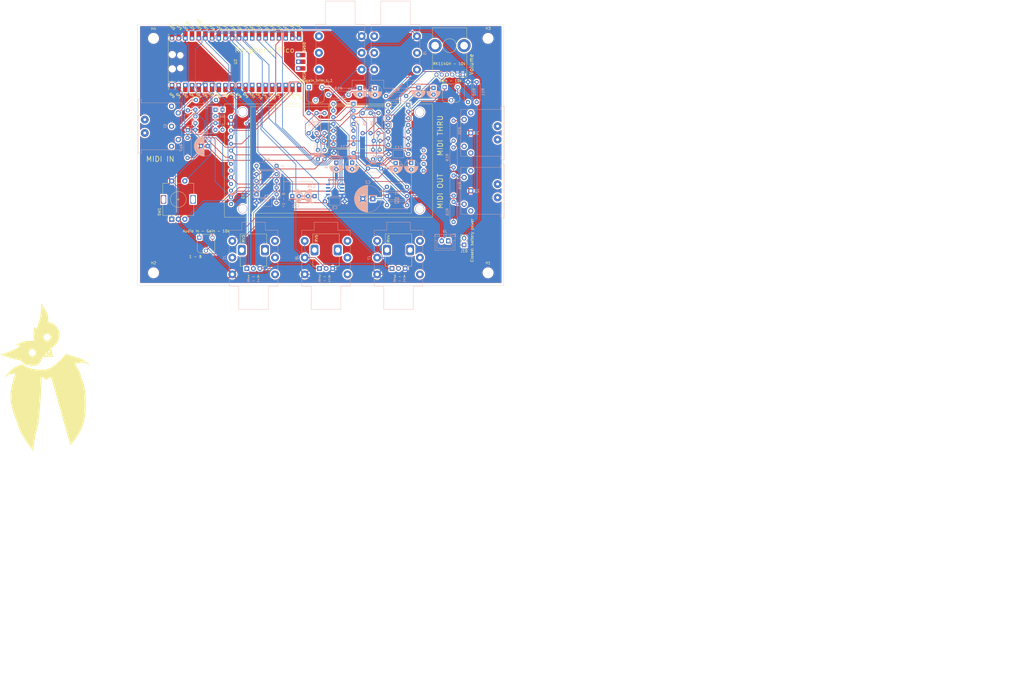
<source format=kicad_pcb>
(kicad_pcb (version 20211014) (generator pcbnew)
  (layers (0 "F.Cu" signal) (31 "B.Cu" signal) (34 "B.Paste" user) (35 "F.Paste" user) (36 "B.SilkS" user "B.Silkscreen") (37 "F.SilkS" user "F.Silkscreen") (38 "B.Mask" user) (39 "F.Mask" user) (44 "Edge.Cuts" user))
  (net 0 "")
  (net 1 "Net-(AudioIn_gain_trim_R_1-Pad1)")
  (net 2 "Net-(AudioIn_gain_trim_R_1-Pad2)")
  (net 3 "filtered_vcc")
  (net 4 "GNDA")
  (net 5 "RCH")
  (net 6 "Net-(C4-Pad2)")
  (net 7 "LCH")
  (net 8 "Net-(C5-Pad2)")
  (net 9 "Net-(C6-Pad1)")
  (net 10 "Net-(C7-Pad1)")
  (net 11 "virtual_mass")
  (net 12 "Net-(C9-Pad2)")
  (net 13 "Net-(C10-Pad2)")
  (net 14 "Net-(C13-Pad1)")
  (net 15 "Net-(C13-Pad2)")
  (net 16 "Net-(C14-Pad1)")
  (net 17 "Net-(C14-Pad2)")
  (net 18 "Net-(C17-Pad1)")
  (net 19 "Net-(C17-Pad2)")
  (net 20 "Net-(C18-Pad1)")
  (net 21 "Net-(C19-Pad1)")
  (net 22 "Net-(C19-Pad2)")
  (net 23 "Net-(C20-Pad1)")
  (net 24 "Net-(C20-Pad2)")
  (net 25 "Net-(C21-Pad1)")
  (net 26 "Net-(C22-Pad1)")
  (net 27 "+3.3V")
  (net 28 "GND")
  (net 29 "Net-(D1-Pad1)")
  (net 30 "Net-(D1-Pad2)")
  (net 37 "Net-(J2-Pad4)")
  (net 38 "Net-(J2-Pad5)")
  (net 42 "Net-(J3-Pad4)")
  (net 45 "Net-(J4-Pad4)")
  (net 46 "Net-(J4-Pad5)")
  (net 50 "Net-(J5-PadT)")
  (net 52 "batt-")
  (net 55 "Net-(J6-PadT)")
  (net 57 "Net-(J7-PadR)")
  (net 60 "ADC_VREF")
  (net 62 "Net-(J8-PadR)")
  (net 66 "batt+")
  (net 67 "Net-(R2-Pad2)")
  (net 68 "Net-(R4-Pad2)")
  (net 69 "Net-(R6-Pad2)")
  (net 70 "Net-(R7-Pad2)")
  (net 71 "Net-(R10-Pad1)")
  (net 72 "Net-(R11-Pad1)")
  (net 73 "Net-(R16-Pad1)")
  (net 74 "Net-(R17-Pad1)")
  (net 75 "Net-(RV3-Pad2)")
  (net 76 "Net-(RV_gain_trim_L_1-Pad2)")
  (net 77 "Net-(RV_gain_trim_R_1-Pad2)")
  (net 78 "Net-(SW1-PadA)")
  (net 79 "Net-(SW1-PadB)")
  (net 80 "Net-(SW1-PadS1)")
  (net 82 "Net-(U2-Pad4)")
  (net 83 "Net-(U2-Pad5)")
  (net 84 "Net-(U2-Pad6)")
  (net 85 "Net-(U2-Pad7)")
  (net 95 "Net-(U2-Pad19)")
  (net 96 "Net-(U2-Pad20)")
  (net 99 "Net-(U2-Pad24)")
  (net 100 "Net-(U2-Pad25)")
  (net 101 "Net-(U1-Pad1)")
  (net 102 "Net-(U1-Pad2)")
  (net 104 "Net-(U1-Pad3)")
  (net 106 "+3V3")
  (net 117 "Net-(J10-Pad2)")
  (footprint "Potentiometer_THT:Potentiometer_Runtron_RM-065_Vertical" (layer "F.Cu") (at 212.09 64.135)
    (fp_text reference "Gain - 10k")
    (fp_text value "10k")
  )
  (footprint "Potentiometer_THT:Potentiometer_Alps_RK09K_Single_Vertical" (layer "F.Cu") (at 164.62 132.975 90)
    (fp_text reference "RV5")
    (fp_text value "10k - POT1")
  )
  (footprint "PCB_symbols:owl_F_50x70" (layer "F.Cu") (at 60.5 175.5)
    (fp_text reference "G***" hide)
    (fp_text value "LOGO" hide)
  )
  (footprint "MountingHole:MountingHole_3.2mm_M3_ISO14580" (layer "F.Cu") (at 228.6 45.62)
    (fp_text reference "H3")
    (fp_text value "MountingHole")
  )
  (footprint "MountingHole:MountingHole_3.2mm_M3_ISO14580" (layer "F.Cu") (at 101.6 134.62)
    (fp_text reference "H2")
    (fp_text value "MountingHole")
  )
  (footprint "Potentiometer_THT:Potentiometer_Runtron_RM-065_Vertical" (layer "F.Cu") (at 160.608 64.135)
    (fp_text reference "RV_gain_trim_L_1")
    (fp_text value "10k")
  )
  (footprint "Potentiometer_THT:Potentiometer_Runtron_RM-065_Vertical" (layer "F.Cu") (at 119 121.26)
    (fp_text reference "Audio In - Gain - 10k")
    (fp_text value "10k")
  )
  (footprint "Connector_PinHeader_2.54mm:PinHeader_1x02_P2.54mm_Vertical" (layer "F.Cu") (at 219.5 124.02 180)
    (fp_text reference "J10")
    (fp_text value "Close for battery power")
  )
  (footprint "MountingHole:MountingHole_3.2mm_M3_ISO14580" (layer "F.Cu") (at 228.6 134.62)
    (fp_text reference "H1")
    (fp_text value "MountingHole")
  )
  (footprint "MountingHole:MountingHole_3.2mm_M3_ISO14580" (layer "F.Cu") (at 101.6 45.72)
    (fp_text reference "H4")
    (fp_text value "MountingHole")
  )
  (footprint "Potentiometer_THT:Potentiometer_Alps_RK09K_Single_Vertical" (layer "F.Cu") (at 192.115 132.975 90)
    (fp_text reference "RV4")
    (fp_text value "10k - POT2")
  )
  (footprint "Pi Pico:RPi_Pico_SMD_TH" (layer "F.Cu") (at 132.724 54.483 90)
    (fp_text reference "U2")
    (fp_text value "Pico")
  )
  (footprint "dual_pot:Dual Pot RK1114GH" (layer "F.Cu") (at 214 59.375)
    (fp_text reference "RK114GH - 10k")
    (fp_text value "10k - lin - dual")
  )
  (footprint "TFT_Screens:TFT_2.4" (layer "F.Cu") (at 131.02 108.51 -90)
    (fp_text reference "U3")
    (fp_text value "2.4inches")
  )
  (footprint "Potentiometer_THT:Potentiometer_Alps_RK09K_Single_Vertical" (layer "F.Cu") (at 137 133 90)
    (fp_text reference "RV3")
    (fp_text value "10k - POT0")
  )
  (footprint "Rotary_Encoder:RotaryEncoder_Alps_EC11E-Switch_Vertical_H20mm" (layer "F.Cu") (at 108.5 114.25 90)
    (fp_text reference "SW1")
    (fp_text value "RotaryEncoder_Switch")
  )
  (footprint "Capacitor_THT:C_Axial_L3.8mm_D2.6mm_P7.50mm_Horizontal" (layer "B.Cu") (at 177.55 89.125 180)
    (fp_text reference "C11")
    (fp_text value "100n")
  )
  (footprint "Package_DIP:DIP-14_W7.62mm_Socket" (layer "B.Cu") (at 177.5 70.5 180)
    (fp_text reference "U5")
    (fp_text value "TL074")
  )
  (footprint "Capacitor_THT:C_Axial_L3.8mm_D2.6mm_P7.50mm_Horizontal" (layer "B.Cu") (at 114.62 80.45 90)
    (fp_text reference "C24")
    (fp_text value "100n")
  )
  (footprint "Capacitor_THT:C_Axial_L3.8mm_D2.6mm_P7.50mm_Horizontal" (layer "B.Cu") (at 166.6498 107.5)
    (fp_text reference "C3")
    (fp_text value "100n")
  )
  (footprint "Capacitor_THT:CP_Radial_D5.0mm_P2.50mm" (layer "B.Cu") (at 162.7304 105.5 180)
    (fp_text reference "C20")
    (fp_text value "10u")
  )
  (footprint "Capacitor_THT:CP_Radial_D5.0mm_P2.50mm" (layer "B.Cu") (at 179.954 64.5 -90)
    (fp_text reference "C19")
    (fp_text value "10u")
  )
  (footprint "Capacitor_THT:C_Disc_D5.0mm_W2.5mm_P2.50mm" (layer "B.Cu") (at 164 88)
    (fp_text reference "C14")
    (fp_text value "1000p")
  )
  (footprint "Capacitor_THT:C_Disc_D3.8mm_W2.6mm_P2.50mm" (layer "B.Cu") (at 166.25 84.5 180)
    (fp_text reference "C16")
    (fp_text value "680p (op)")
  )
  (footprint "Capacitor_THT:CP_Radial_D5.0mm_P2.50mm" (layer "B.Cu") (at 199.43 92.9238 -90)
    (fp_text reference "C4")
    (fp_text value "10u")
  )
  (footprint "Connector_Audio:Jack_6.35mm_Neutrik_NMJ6HFD2_Horizontal" (layer "B.Cu") (at 180.615 57.475 90)
    (fp_text reference "J6")
    (fp_text value "OUTPUT L - MONO")
  )
  (footprint "Package_SO:SOP-8_3.9x4.9mm_P1.27mm" (layer "B.Cu") (at 170.5 103 180)
    (fp_text reference "U1")
    (fp_text value "PT8211-pt8211")
  )
  (footprint "Capacitor_THT:C_Disc_D5.0mm_W2.5mm_P2.50mm" (layer "B.Cu") (at 166.5 91.5 180)
    (fp_text reference "C10")
    (fp_text value "680p")
  )
  (footprint "Connector_Audio:Jack_6.35mm_Neutrik_NMJ6HFD2_Horizontal" (layer "B.Cu") (at 131.5 122.5 -90)
    (fp_text reference "J1")
    (fp_text value "AUDIO IN")
  )
  (footprint "Resistor_THT:R_Axial_DIN0207_L6.3mm_D2.5mm_P7.62mm_Horizontal" (layer "B.Cu") (at 190.19 105.5)
    (fp_text reference "R3")
    (fp_text value "10k")
  )
  (footprint "Connector_JST:JST_XH_B2B-XH-A_1x02_P2.50mm_Vertical" (layer "B.Cu") (at 213.5 122.5 180)
    (fp_text reference "J9")
    (fp_text value "Batt In")
  )
  (footprint "Resistor_THT:R_Axial_DIN0207_L6.3mm_D2.5mm_P7.62mm_Horizontal" (layer "B.Cu") (at 184 74 -90)
    (fp_text reference "R6")
    (fp_text value "10k")
  )
  (footprint "Resistor_THT:R_Axial_DIN0207_L6.3mm_D2.5mm_P7.62mm_Horizontal" (layer "B.Cu") (at 125.31 69 180)
    (fp_text reference "R18")
    (fp_text value "220")
  )
  (footprint "Resistor_THT:R_Axial_DIN0207_L6.3mm_D2.5mm_P7.62mm_Horizontal" (layer "B.Cu") (at 215.5 84.5 90)
    (fp_text reference "R20")
    (fp_text value "10")
  )
  (footprint "Capacitor_THT:CP_Radial_D5.0mm_P2.50mm" (layer "B.Cu") (at 202.184 64.3297 -90)
    (fp_text reference "C17")
    (fp_text value "10u")
  )
  (footprint "Resistor_THT:R_Axial_DIN0207_L6.3mm_D2.5mm_P7.62mm_Horizontal" (layer "B.Cu") (at 215.5 107.69 -90)
    (fp_text reference "R15")
    (fp_text value "33")
  )
  (footprint "Resistor_THT:R_Axial_DIN0207_L6.3mm_D2.5mm_P7.62mm_Horizontal" (layer "B.Cu") (at 160.5 81.62 90)
    (fp_text reference "R4")
    (fp_text value "10k")
  )
  (footprint "Connector_Audio:Jack_6.35mm_Neutrik_NMJ6HFD2_Horizontal" (layer "B.Cu") (at 201.615 57.475 90)
    (fp_text reference "J5")
    (fp_text value "OUTPUT R")
  )
  (footprint "Package_DIP:DIP-8_W7.62mm_Socket" (layer "B.Cu") (at 140.7 104.8)
    (fp_text reference "U6")
    (fp_text value "TL072")
  )
  (footprint "Diode_THT:D_DO-34_SOD68_P7.62mm_Horizontal" (layer "B.Cu") (at 127.82 72.685 -90)
    (fp_text reference "D1")
    (fp_text value "1N914")
  )
  (footprint "Resistor_THT:R_Axial_DIN0207_L6.3mm_D2.5mm_P7.62mm_Horizontal" (layer "B.Cu") (at 197.81 108.91 180)
    (fp_text reference "R5")
    (fp_text value "10k")
  )
  (footprint "Resistor_THT:R_Axial_DIN0207_L6.3mm_D2.5mm_P7.62mm_Horizontal" (layer "B.Cu") (at 163.5 74 -90)
    (fp_text reference "R7")
    (fp_text value "10k")
  )
  (footprint "Capacitor_THT:C_Disc_D5.0mm_W2.5mm_P2.50mm" (layer "B.Cu") (at 187.45 91.5 180)
    (fp_text reference "C9")
    (fp_text value "680p")
  )
  (footprint "Capacitor_THT:CP_Radial_D10.0mm_P3.80mm" (layer "B.Cu") (at 184.8707 106.5 180)
    (fp_text reference "C2")
    (fp_text value "1000u")
  )
  (footprint "Capacitor_THT:C_Axial_L3.8mm_D2.6mm_P7.50mm_Horizontal" (layer "B.Cu") (at 148.25 108 180)
    (fp_text reference "C1")
    (fp_text value "100n")
  )
  (footprint "Capacitor_THT:CP_Radial_D7.5mm_P2.50mm" (layer "B.Cu") (at 122.1614 86.5 180)
    (fp_text reference "C23")
    (fp_text value "100u")
  )
  (footprint "Capacitor_THT:CP_Radial_D5.0mm_P2.50mm" (layer "B.Cu") (at 177 92.7949 -90)
    (fp_text reference "C7")
    (fp_text value "10u")
  )
  (footprint "Package_DIP:DIP-14_W7.62mm_Socket" (layer "B.Cu") (at 198.3 70.875 180)
    (fp_text reference "U4")
    (fp_text value "TL074")
  )
  (footprint "Capacitor_THT:CP_Radial_D5.0mm_P2.50mm" (layer "B.Cu") (at 207.889 64.444 -90)
    (fp_text reference "C18")
    (fp_text value "10u")
  )
  (footprint "Resistor_THT:R_Axial_DIN0207_L6.3mm_D2.5mm_P7.62mm_Horizontal" (layer "B.Cu") (at 215.5 105.31 90)
    (fp_text reference "R16")
    (fp_text value "10")
  )
  (footprint "Capacitor_THT:CP_Radial_D5.0mm_P2.50mm" (layer "B.Cu") (at 193.5 92.9744 -90)
    (fp_text reference "C6")
    (fp_text value "10u")
  )
  (footprint "Resistor_THT:R_Axial_DIN0207_L6.3mm_D2.5mm_P7.62mm_Horizontal" (layer "B.Cu") (at 197.485 67.5 180)
    (fp_text reference "R12")
    (fp_text value "100")
  )
  (footprint "Capacitor_THT:C_Disc_D5.0mm_W2.5mm_P2.50mm" (layer "B.Cu") (at 184.95 87.92)
    (fp_text reference "C13")
    (fp_text value "1000p")
  )
  (footprint "Resistor_THT:R_Axial_DIN0207_L6.3mm_D2.5mm_P7.62mm_Horizontal" (layer "B.Cu") (at 166.5 74 -90)
    (fp_text reference "R9")
    (fp_text value "22k (fc10k)/10k (fc16k)")
  )
  (footprint "Resistor_THT:R_Axial_DIN0207_L6.3mm_D2.5mm_P7.62mm_Horizontal" (layer "B.Cu") (at 215.5 87 -90)
    (fp_text reference "R19")
    (fp_text value "33")
  )
  (footprint "Resistor_THT:R_Axial_DIN0207_L6.3mm_D2.5mm_P7.62mm_Horizontal" (layer "B.Cu") (at 148.31 94 180)
    (fp_text reference "R14")
    (fp_text value "10k")
  )
  (footprint "Capacitor_THT:CP_Radial_D5.0mm_P2.50mm" (layer "B.Cu") (at 171 92.8107 -90)
    (fp_text reference "C5")
    (fp_text value "10u")
  )
  (footprint "Resistor_THT:R_Axial_DIN0207_L6.3mm_D2.5mm_P7.62mm_Horizontal" (layer "B.Cu") (at 114.5 83.35 -90)
    (fp_text reference "R17")
    (fp_text value "220")
  )
  (footprint "Capacitor_THT:C_Disc_D4.7mm_W2.5mm_P5.00mm" (layer "B.Cu") (at 188 95 180)
    (fp_text reference "C8")
    (fp_text value "100n")
  )
  (footprint "Resistor_THT:R_Axial_DIN0207_L6.3mm_D2.5mm_P7.62mm_Horizontal" (layer "B.Cu") (at 187 74 -90)
    (fp_text reference "R8")
    (fp_text value "22k (fc10k)/10k (fc16k)")
  )
  (footprint "MIDI_DIN5:DS-5 MIDI" (layer "B.Cu") (at 108.445 79 90)
    (fp_text reference "J3")
    (fp_text value "MIDI IN")
  )
  (footprint "Resistor_THT:R_Axial_DIN0207_L6.3mm_D2.5mm_P7.62mm_Horizontal" (layer "B.Cu") (at 224.29 69.81 90)
    (fp_text reference "R11")
    (fp_text value "1k")
  )
  (footprint "Resistor_THT:R_Axial_DIN0207_L6.3mm_D2.5mm_P7.62mm_Horizontal" (layer "B.Cu") (at 220.98 69.81 90)
    (fp_text reference "R10")
    (fp_text value "1k")
  )
  (footprint "Capacitor_THT:CP_Radial_D5.0mm_P2.50mm" (layer "B.Cu") (at 154.2949 105.5)
    (fp_text reference "C21")
    (fp_text value "10u")
  )
  (footprint "Capacitor_THT:CP_Radial_D5.0mm_P2.50mm" (layer "B.Cu") (at 185.674 64.5753 -90)
    (fp_text reference "C22")
    (fp_text value "10u")
  )
  (footprint "Package_DIP:DIP-8_W7.62mm_Socket" (layer "B.Cu") (at 125.12 72.7 180)
    (fp_text reference "U7")
    (fp_text value "6N138")
  )
  (footprint "Capacitor_THT:C_Disc_D3.8mm_W2.6mm_P2.50mm" (layer "B.Cu") (at 187.7 84.5 180)
    (fp_text reference "C15")
    (fp_text value "680p (op)")
  )
  (footprint "MIDI_DIN5:DS-5 MIDI" (layer "B.Cu") (at 222.055 81.5 -90)
    (fp_text reference "J4")
    (fp_text value "MIDI THRU")
  )
  (footprint "Connector_Audio:Jack_6.35mm_Neutrik_NMJ6HFD2_Horizontal" (layer "B.Cu") (at 186.5 122.5 -90)
    (fp_text reference "J7")
    (fp_text value "EXP 2")
  )
  (footprint "Resistor_THT:R_Axial_DIN0207_L6.3mm_D2.5mm_P7.62mm_Horizontal" (layer "B.Cu") (at 190.19 102)
    (fp_text reference "R1")
    (fp_text value "10")
  )
  (footprint "Connector_Audio:Jack_6.35mm_Neutrik_NMJ6HFD2_Horizontal" (layer "B.Cu") (at 159 122.5 -90)
    (fp_text reference "J8")
    (fp_text value "EXP 1")
  )
  (footprint "Resistor_THT:R_Axial_DIN0207_L6.3mm_D2.5mm_P7.62mm_Horizontal" (layer "B.Cu") (at 181 74 -90)
    (fp_text reference "R2")
    (fp_text value "10k")
  )
  (footprint "MIDI_DIN5:DS-5 MIDI" (layer "B.Cu") (at 222.055 103.5 -90)
    (fp_text reference "J2")
    (fp_text value "MIDI OUT")
  )
  (footprint "Capacitor_THT:C_Axial_L3.8mm_D2.6mm_P7.50mm_Horizontal" (layer "B.Cu") (at 198.35 89.5 180)
    (fp_text reference "C12")
    (fp_text value "100n")
  )
  (footprint "Resistor_THT:R_Axial_DIN0207_L6.3mm_D2.5mm_P7.62mm_Horizontal" (layer "B.Cu") (at 175.641 67 180)
    (fp_text reference "R13")
    (fp_text value "100")
  )
  (gr_line (start 151 98) (end 150.5 98) (layer "B.SilkS") (width 0.15))
  (gr_line (start 151 103.5) (end 151 98) (layer "B.SilkS") (width 0.15))
  (gr_line (start 151 94) (end 150 94) (layer "B.SilkS") (width 0.15))
  (gr_line (start 151 109.5) (end 150.5 109.5) (layer "B.SilkS") (width 0.15))
  (gr_line (start 151 100) (end 162 100) (layer "B.SilkS") (width 0.15))
  (gr_line (start 151 98) (end 151 94) (layer "B.SilkS") (width 0.15))
  (gr_line (start 162 100) (end 162 101) (layer "B.SilkS") (width 0.15))
  (gr_line (start 155.5 100) (end 155.5 101) (layer "B.SilkS") (width 0.15))
  (gr_line (start 151 109) (end 151 109.5) (layer "B.SilkS") (width 0.15))
  (gr_rect (start 234.5 139.5) (end 95.5 40.5) (layer "Edge.Cuts") (width 0.1) (fill none))
  (gr_text "1 - B" (at 151 106.5 90) (layer "B.SilkS") (effects (font (size 1 1))))
  (gr_text "2 - B" (at 166.5 137.5) (layer "B.SilkS") (effects (font (size 1 1)) (justify mirror)))
  (gr_text "1 - B" (at 139.5 137.5) (layer "B.SilkS") (effects (font (size 1 1)) (justify mirror)))
  (gr_text "3 - B" (at 195 137.5) (layer "B.SilkS") (effects (font (size 1 1)) (justify mirror)))
  (gr_text "2 - A" (at 166.5 136) (layer "F.SilkS") (effects (font (size 1 1))))
  (gr_text "Volume\n" (at 222.25 55.499 90) (layer "F.SilkS") (effects (font (size 1.5 1.5) (thickness 0.2))))
  (gr_text "1 - A\n" (at 139.5 136) (layer "F.SilkS") (effects (font (size 1 1))))
  (gr_text "MIDI OUT" (at 210.439 103.632 90) (layer "F.SilkS") (effects (font (size 2 2) (thickness 0.25))))
  (gr_text "Raspberry Pico" (at 143.764 50.038) (layer "F.SilkS") (effects (font (size 2 2) (thickness 0.2))))
  (gr_text "Closed: battery power" (at 222.504 122.301 90) (layer "F.SilkS") (effects (font (size 1 1))))
  (gr_text "MIDI THRU" (at 210.439 82.55 90) (layer "F.SilkS") (effects (font (size 2 2) (thickness 0.25))))
  (gr_text "MIDI IN" (at 104.14 91.44) (layer "F.SilkS") (effects (font (size 2 2) (thickness 0.25))))
  (gr_text "3 - A" (at 195 136) (layer "F.SilkS") (effects (font (size 1 1))))
  (gr_text "1 - B" (at 117.5 128.5) (layer "F.SilkS") (effects (font (size 1 1))))
  (segment (start 119 116.3731) (end 130.6731 104.7) (width 0.25) (layer "F.Cu") (net 1))
  (segment (start 119 121.26) (end 119 116.3731) (width 0.25) (layer "F.Cu") (net 1))
  (segment (start 134.0223 102.26) (end 140.7 102.26) (width 0.25) (layer "F.Cu") (net 1))
  (segment (start 131.5823 104.7) (end 134.0223 102.26) (width 0.25) (layer "F.Cu") (net 1))
  (segment (start 130.6731 104.7) (end 131.5823 104.7) (width 0.25) (layer "F.Cu") (net 1))
  (segment (start 141.894 96.3793) (end 141.894 100.256) (width 0.25) (layer "B.Cu") (net 1))
  (segment (start 141.894 100.256) (end 141.0653 101.0847) (width 0.25) (layer "B.Cu") (net 1))
  (segment (start 141.0653 101.0847) (end 140.7 101.0847) (width 0.25) (layer "B.Cu") (net 1))
  (segment (start 140.7 102.26) (end 140.7 101.0847) (width 0.25) (layer "B.Cu") (net 1))
  (segment (start 140.69 95.1753) (end 141.894 96.3793) (width 0.25) (layer "B.Cu") (net 1))
  (segment (start 140.69 94) (end 140.69 95.1753) (width 0.25) (layer "B.Cu") (net 1))
  (segment (start 124 118.8007) (end 124 121.26) (width 0.25) (layer "F.Cu") (net 2))
  (segment (start 124 121.26) (end 124 123.76) (width 0.25) (layer "F.Cu") (net 2))
  (segment (start 124 123.76) (end 121.5 126.26) (width 0.25) (layer "F.Cu") (net 2))
  (segment (start 138.0007 104.8) (end 124 118.8007) (width 0.25) (layer "F.Cu") (net 2))
  (segment (start 140.7 104.8) (end 138.0007 104.8) (width 0.25) (layer "F.Cu") (net 2))
  (segment (start 148.32 97.18) (end 147.1447 97.18) (width 0.25) (layer "B.Cu") (net 2))
  (segment (start 140.7 104.8) (end 140.7 103.6247) (width 0.25) (layer "B.Cu") (net 2))
  (segment (start 147.1447 97.18) (end 147.1447 97.5473) (width 0.25) (layer "B.Cu") (net 2))
  (segment (start 141.0673 103.6247) (end 140.7 103.6247) (width 0.25) (layer "B.Cu") (net 2))
  (segment (start 147.1447 97.5473) (end 141.0673 103.6247) (width 0.25) (layer "B.Cu") (net 2))
  (segment (start 177.55 89.125) (end 188.7626 89.125) (width 0.25) (layer "F.Cu") (net 3))
  (segment (start 181.3181 108.6773) (end 167.8271 108.6773) (width 0.25) (layer "F.Cu") (net 3))
  (segment (start 197.1357 88.2857) (end 198.35 89.5) (width 0.25) (layer "F.Cu") (net 3))
  (segment (start 189.6019 88.2857) (end 197.1357 88.2857) (width 0.25) (layer "F.Cu") (net 3))
  (segment (start 167.8271 108.6773) (end 166.6498 107.5) (width 0.25) (layer "F.Cu") (net 3))
  (segment (start 166.1498 108) (end 166.6498 107.5) (width 0.25) (layer "F.Cu") (net 3))
  (segment (start 188.7626 89.125) (end 189.6019 88.2857) (width 0.25) (layer "F.Cu") (net 3))
  (segment (start 148.25 108) (end 166.1498 108) (width 0.25) (layer "F.Cu") (net 3))
  (segment (start 183.4954 106.5) (end 181.3181 108.6773) (width 0.25) (layer "F.Cu") (net 3))
  (segment (start 184.8707 106.5) (end 183.4954 106.5) (width 0.25) (layer "F.Cu") (net 3))
  (segment (start 166.6498 106.1302) (end 166.6498 107.5) (width 0.25) (layer "B.Cu") (net 3))
  (segment (start 189.1469 102.926) (end 178.5702 92.3493) (width 0.25) (layer "B.Cu") (net 3))
  (segment (start 190.19 102) (end 189.264 102.926) (width 0.25) (layer "B.Cu") (net 3))
  (segment (start 189.0146 106.5593) (end 190.19 107.7347) (width 0.25) (layer "B.Cu") (net 3))
  (segment (start 148.25 108) (end 148.32 107.93) (width 0.25) (layer "B.Cu") (net 3))
  (segment (start 190.19 108.91) (end 190.19 107.7347) (width 0.25) (layer "B.Cu") (net 3))
  (segment (start 197.1161 79.6789) (end 198.3 78.495) (width 0.25) (layer "B.Cu") (net 3))
  (segment (start 189.264 102.926) (end 189.1469 102.926) (width 0.25) (layer "B.Cu") (net 3))
  (segment (start 197.1161 88.2661) (end 197.1161 79.6789) (width 0.25) (layer "B.Cu") (net 3))
  (segment (start 198.35 89.5) (end 197.1161 88.2661) (width 0.25) (layer "B.Cu") (net 3))
  (segment (start 184.8707 106.5) (end 186.246 106.5) (width 0.25) (layer "B.Cu") (net 3))
  (segment (start 186.246 106.5) (end 189.0146 106.5) (width 0.25) (layer "B.Cu") (net 3))
  (segment (start 178.5702 90.1452) (end 177.55 89.125) (width 0.25) (layer "B.Cu") (net 3))
  (segment (start 148.32 107.93) (end 148.32 104.8) (width 0.25) (layer "B.Cu") (net 3))
  (segment (start 189.0146 106.5) (end 189.0146 106.5593) (width 0.25) (layer "B.Cu") (net 3))
  (segment (start 189.1469 102.926) (end 189.0146 103.0583) (width 0.25) (layer "B.Cu") (net 3))
  (segment (start 178.6937 79.3137) (end 177.5 78.12) (width 0.25) (layer "B.Cu") (net 3))
  (segment (start 177.55 89.125) (end 178.6937 87.9813) (width 0.25) (layer "B.Cu") (net 3))
  (segment (start 178.5702 92.3493) (end 178.5702 90.1452) (width 0.25) (layer "B.Cu") (net 3))
  (segment (start 178.6937 87.9813) (end 178.6937 79.3137) (width 0.25) (layer "B.Cu") (net 3))
  (segment (start 167.875 104.905) (end 166.6498 106.1302) (width 0.25) (layer "B.Cu") (net 3))
  (segment (start 189.0146 103.0583) (end 189.0146 106.5) (width 0.25) (layer "B.Cu") (net 3))
  (segment (start 182.4951 42.8949) (end 180.615 44.775) (width 0.25) (layer "F.Cu") (net 4))
  (segment (start 182.4461 105.1246) (end 189.8146 105.1246) (width 0.25) (layer "F.Cu") (net 4))
  (segment (start 167.395 135.2) (end 169.62 132.975) (width 0.25) (layer "F.Cu") (net 4))
  (segment (start 174.1498 107.5) (end 175.3251 107.5) (width 0.25) (layer "F.Cu") (net 4))
  (segment (start 189.6747 89.5) (end 187.6747 91.5) (width 0.25) (layer "F.Cu") (net 4))
  (segment (start 201.615 44.775) (end 199.7349 42.8949) (width 0.25) (layer "F.Cu") (net 4))
  (segment (start 176.3251 106.5) (end 181.0707 106.5) (width 0.25) (layer "F.Cu") (net 4))
  (segment (start 187.6747 91.5) (end 187.45 91.5) (width 0.25) (layer "F.Cu") (net 4))
  (segment (start 184.275 132.975) (end 169.62 132.975) (width 0.25) (layer "F.Cu") (net 4))
  (segment (start 190.85 89.5) (end 189.6747 89.5) (width 0.25) (layer "F.Cu") (net 4))
  (segment (start 142 133) (end 156.8 133) (width 0.25) (layer "F.Cu") (net 4))
  (segment (start 159 135.2) (end 167.395 135.2) (width 0.25) (layer "F.Cu") (net 4))
  (segment (start 199.7349 42.8949) (end 182.4951 42.8949) (width 0.25) (layer "F.Cu") (net 4))
  (segment (start 162.8023 95.1977) (end 143.8576 95.1977) (width 0.25) (layer "F.Cu") (net 4))
  (segment (start 175.3251 107.5) (end 176.3251 106.5) (width 0.25) (layer "F.Cu") (net 4))
  (segment (start 126.8743 42.0674) (end 126.374 42.5677) (width 0.25) (layer "F.Cu") (net 4))
  (segment (start 186.5 135.2) (end 184.275 132.975) (width 0.25) (layer "F.Cu") (net 4))
  (segment (start 180.615 44.775) (end 177.9074 42.0674) (width 0.25) (layer "F.Cu") (net 4))
  (segment (start 166.5 91.5) (end 162.8023 95.1977) (width 0.25) (layer "F.Cu") (net 4))
  (segment (start 197.115 132.975) (end 194.89 135.2) (width 0.25) (layer "F.Cu") (net 4))
  (segment (start 194.89 135.2) (end 186.5 135.2) (width 0.25) (layer "F.Cu") (net 4))
  (segment (start 220.98 62.19) (end 224.29 62.19) (width 0.25) (layer "F.Cu") (net 4))
  (segment (start 156.8 133) (end 159 135.2) (width 0.25) (layer "F.Cu") (net 4))
  (segment (start 143.8576 95.1977) (end 141.8753 97.18) (width 0.25) (layer "F.Cu") (net 4))
  (segment (start 140.7 97.18) (end 141.8753 97.18) (width 0.25) (layer "F.Cu") (net 4))
  (segment (start 181.0707 106.5) (end 182.4461 105.1246) (width 0.25) (layer "F.Cu") (net 4))
  (segment (start 219 59.375) (end 217 59.375) (width 0.25) (layer "F.Cu") (net 4))
  (segment (start 126.374 45.593) (end 126.374 42.5677) (width 0.25) (layer "F.Cu") (net 4))
  (segment (start 177.9074 42.0674) (end 126.8743 42.0674) (width 0.25) (layer "F.Cu") (net 4))
  (segment (start 189.8146 105.1246) (end 190.19 105.5) (width 0.25) (layer "F.Cu") (net 4))
  (segment (start 168.8747 89.1253) (end 166.5 91.5) (width 0.25) (layer "B.Cu") (net 4))
  (segment (start 190.85 88.3247) (end 189.5047 86.9794) (width 0.25) (layer "B.Cu") (net 4))
  (segment (start 201.615 45.6387) (end 210.2716 54.2953) (width 0.25) (layer "B.Cu") (net 4))
  (segment (start 190.68 78.495) (end 190.68 79.0826) (width 0.25) (layer "B.Cu") (net 4))
  (segment (start 197.115 132.975) (end 197.115 112.425) (width 0.25) (layer "B.Cu") (net 4))
  (segment (start 174.1498 106.3247) (end 173.4749 105.6498) (width 0.25) (layer "B.Cu") (net 4))
  (segment (start 190.68 79.0826) (end 188.1754 76.578) (width 0.25) (layer "B.Cu") (net 4))
  (segment (start 189.5047 86.9794) (end 189.5047 80.2579) (width 0.25) (layer "B.Cu") (net 4))
  (segment (start 170.2453 79.2953) (end 169.88 79.2953) (width 0.25) (layer "B.Cu") (net 4))
  (segment (start 187.45 91.5) (end 187.45 94.45) (width 0.25) (layer "B.Cu") (net 4))
  (segment (start 188.1754 64.9334) (end 183.4489 60.2069) (width 0.25) (layer "B.Cu") (net 4))
  (segment (start 190.85 89.5) (end 190.85 88.3247) (width 0.25) (layer "B.Cu") (net 4))
  (segment (start 183.4489 56.9438) (end 178.7388 52.2337) (width 0.25) (layer "B.Cu") (net 4))
  (segment (start 199.0028 109.5032) (end 196.598 111.908) (width 0.25) (layer "B.Cu") (net 4))
  (segment (start 201.615 44.775) (end 201.615 45.6387) (width 0.25) (layer "B.Cu") (net 4))
  (segment (start 139.5246 99.1634) (end 139.5246 105.8429) (width 0.25) (layer "B.Cu") (net 4))
  (segment (start 171.0554 89.125) (end 171.2253 89.125) (width 0.25) (layer "B.Cu") (net 4))
  (segment (start 140.7 97.18) (end 140.7 98.3553) (width 0.25) (layer "B.Cu") (net 4))
  (segment (start 188.1754 76.578) (end 188.1754 64.9334) (width 0.25) (layer "B.Cu") (net 4))
  (segment (start 174.1498 107.5) (end 174.1498 106.3247) (width 0.25) (layer "B.Cu") (net 4))
  (segment (start 171.0554 80.1054) (end 170.2453 79.2953) (width 0.25) (layer "B.Cu") (net 4))
  (segment (start 171.0152 89.125) (end 171.0554 89.125) (width 0.25) (layer "B.Cu") (net 4))
  (segment (start 168.8747 89.125) (end 168.8747 89.1253) (width 0.25) (layer "B.Cu") (net 4))
  (segment (start 174.3282 104.0517) (end 174.3282 91.8662) (width 0.25) (layer "B.Cu") (net 4))
  (segment (start 188.9723 95) (end 199.0028 105.0305) (width 0.25) (layer "B.Cu") (net 4))
  (segment (start 173.4749 104.905) (end 174.3282 104.0517) (width 0.25) (layer "B.Cu") (net 4))
  (segment (start 174.3282 91.8662) (end 171.587 89.125) (width 0.25) (layer "B.Cu") (net 4))
  (segment (start 140.5064 106.8247) (end 140.75 106.8247) (width 0.25) (layer "B.Cu") (net 4))
  (segment (start 173.4749 105.6498) (end 173.4749 104.905) (width 0.25) (layer "B.Cu") (net 4))
  (segment (start 170.4627 89.125) (end 170.05 89.125) (width 0.25) (layer "B.Cu") (net 4))
  (segment (start 170.05 89.125) (end 168.8747 89.125) (width 0.25) (layer "B.Cu") (net 4))
  (segment (start 171.587 89.125) (end 171.2253 89.125) (width 0.25) (layer "B.Cu") (net 4))
  (segment (start 139.5246 105.8429) (end 140.5064 106.8247) (width 0.25) (layer "B.Cu") (net 4))
  (segment (start 173.125 104.905) (end 173.4749 104.905) (width 0.25) (layer "B.Cu") (net 4))
  (segment (start 178.7388 46.6512) (end 180.615 44.775) (width 0.25) (layer "B.Cu") (net 4))
  (segment (start 210.2716 54.2953) (end 211.9203 54.2953) (width 0.25) (layer "B.Cu") (net 4))
  (segment (start 220.98 61.0147) (end 220.6397 61.0147) (width 0.25) (layer "B.Cu") (net 4))
  (segment (start 197.115 112.425) (end 196.598 111.908) (width 0.25) (layer "B.Cu") (net 4))
  (segment (start 140.3327 98.3553) (end 139.5246 99.1634) (width 0.25) (layer "B.Cu") (net 4))
  (segment (start 169.88 78.12) (end 169.88 79.2953) (width 0.25) (layer "B.Cu") (net 4))
  (segment (start 170.4627 89.125) (end 171.0152 89.125) (width 0.25) (layer "B.Cu") (net 4))
  (segment (start 211.9203 54.2953) (end 217 59.375) (width 0.25) (layer "B.Cu") (net 4))
  (segment (start 140.75 108) (end 140.75 106.8247) (width 0.25) (layer "B.Cu") (net 4))
  (segment (start 196.598 111.908) (end 190.19 105.5) (width 0.25) (layer "B.Cu") (net 4))
  (segment (start 199.0028 105.0305) (end 199.0028 109.5032) (width 0.25) (layer "B.Cu") (net 4))
  (segment (start 189.5047 80.2579) (end 190.68 79.0826) (width 0.25) (layer "B.Cu") (net 4))
  (segment (start 220.98 62.19) (end 220.98 61.0147) (width 0.25) (layer "B.Cu") (net 4))
  (segment (start 187.45 94.45) (end 188 95) (width 0.25) (layer "B.Cu") (net 4))
  (segment (start 171.0554 89.125) (end 171.0554 80.1054) (width 0.25) (layer "B.Cu") (net 4))
  (segment (start 140.7 98.3553) (end 140.3327 98.3553) (width 0.25) (layer "B.Cu") (net 4))
  (segment (start 188 95) (end 188.9723 95) (width 0.25) (layer "B.Cu") (net 4))
  (segment (start 183.4489 60.2069) (end 183.4489 56.9438) (width 0.25) (layer "B.Cu") (net 4))
  (segment (start 178.7388 52.2337) (end 178.7388 46.6512) (width 0.25) (layer "B.Cu") (net 4))
  (segment (start 220.6397 61.0147) (end 219 59.375) (width 0.25) (layer "B.Cu") (net 4))
  (segment (start 168.275 99.314) (end 179.969 99.314) (width 0.25) (layer "F.Cu") (net 5))
  (segment (start 191.4689 94.1498) (end 197.0287 94.1498) (width 0.25) (layer "F.Cu") (net 5))
  (segment (start 198.2547 92.9238) (end 199.43 92.9238) (width 0.25) (layer "F.Cu") (net 5))
  (segment (start 179.969 99.314) (end 180.7381 98.5449) (width 0.25) (layer "F.Cu") (net 5))
  (segment (start 180.7381 98.5449) (end 187.0738 98.5449) (width 0.25) (layer "F.Cu") (net 5))
  (segment (start 187.0738 98.5449) (end 191.4689 94.1498) (width 0.25) (layer "F.Cu") (net 5))
  (segment (start 197.0287 94.1498) (end 198.2547 92.9238) (width 0.25) (layer "F.Cu") (net 5))
  (via (at 168.275 99.314) (size 0.8) (drill 0.4) (layers "F.Cu" "B.Cu") (net 5))
  (segment (start 167.875 101.095) (end 168.275 100.695) (width 0.25) (layer "B.Cu") (net 5))
  (segment (start 168.275 100.695) (end 168.275 99.314) (width 0.25) (layer "B.Cu") (net 5))
  (segment (start 199.3794 95.4744) (end 199.43 95.4238) (width 0.25) (layer "F.Cu") (net 6))
  (segment (start 193.5 95.4744) (end 199.3794 95.4744) (width 0.25) (layer "F.Cu") (net 6))
  (segment (start 169.8247 94.7939) (end 169.8247 101.9866) (width 0.25) (layer "B.Cu") (net 7))
  (segment (start 169.8247 101.9866) (end 168.1763 103.635) (width 0.25) (layer "B.Cu") (net 7))
  (segment (start 171 93.986) (end 170.6326 93.986) (width 0.25) (layer "B.Cu") (net 7))
  (segment (start 171 92.8107) (end 171 93.986) (width 0.25) (layer "B.Cu") (net 7))
  (segment (start 168.1763 103.635) (end 167.875 103.635) (width 0.25) (layer "B.Cu") (net 7))
  (segment (start 170.6326 93.986) (end 169.8247 94.7939) (width 0.25) (layer "B.Cu") (net 7))
  (segment (start 176.9842 95.3107) (end 177 95.2949) (width 0.25) (layer "F.Cu") (net 8))
  (segment (start 171 95.3107) (end 176.9842 95.3107) (width 0.25) (layer "F.Cu") (net 8))
  (segment (start 189.0044 89.6541) (end 192.3247 92.9744) (width 0.25) (layer "B.Cu") (net 9))
  (segment (start 185.7004 77.9973) (end 189.0044 81.3013) (width 0.25) (layer "B.Cu") (net 9))
  (segment (start 189.0044 81.3013) (end 189.0044 89.6541) (width 0.25) (layer "B.Cu") (net 9))
  (segment (start 193.5 92.9744) (end 192.3247 92.9744) (width 0.25) (layer "B.Cu") (net 9))
  (segment (start 184.4915 72.8001) (end 185.7004 74.009) (width 0.25) (layer "B.Cu") (net 9))
  (segment (start 182.1999 72.8001) (end 184.4915 72.8001) (width 0.25) (layer "B.Cu") (net 9))
  (segment (start 181 74) (end 182.1999 72.8001) (width 0.25) (layer "B.Cu") (net 9))
  (segment (start 185.7004 74.009) (end 185.7004 77.9973) (width 0.25) (layer "B.Cu") (net 9))
  (segment (start 175.8247 82.3986) (end 170.3494 76.9233) (width 0.25) (layer "B.Cu") (net 10))
  (segment (start 165.1967 76.9233) (end 160.5 81.62) (width 0.25) (layer "B.Cu") (net 10))
  (segment (start 170.3494 76.9233) (end 165.1967 76.9233) (width 0.25) (layer "B.Cu") (net 10))
  (segment (start 177 92.7949) (end 177 91.6196) (width 0.25) (layer "B.Cu") (net 10))
  (segment (start 175.8247 90.4443) (end 175.8247 82.3986) (width 0.25) (layer "B.Cu") (net 10))
  (segment (start 177 91.6196) (end 175.8247 90.4443) (width 0.25) (layer "B.Cu") (net 10))
  (segment (start 183 95) (end 179.55 98.45) (width 0.25) (layer "F.Cu") (net 11))
  (segment (start 195.9106 74.7409) (end 197.1247 75.955) (width 0.25) (layer "F.Cu") (net 11))
  (segment (start 188.2141 74.7409) (end 195.9106 74.7409) (width 0.25) (layer "F.Cu") (net 11))
  (segment (start 179.55 98.45) (end 143.1453 98.45) (width 0.25) (layer "F.Cu") (net 11))
  (segment (start 177.5 75.58) (end 187.375 75.58) (width 0.25) (layer "F.Cu") (net 11))
  (segment (start 140.7 99.72) (end 141.8753 99.72) (width 0.25) (layer "F.Cu") (net 11))
  (segment (start 198.3 75.955) (end 197.1247 75.955) (width 0.25) (layer "F.Cu") (net 11))
  (segment (start 143.1453 98.45) (end 141.8753 99.72) (width 0.25) (layer "F.Cu") (net 11))
  (segment (start 187.375 75.58) (end 188.2141 74.7409) (width 0.25) (layer "F.Cu") (net 11))
  (segment (start 197.81 105.5) (end 196.6347 105.5) (width 0.25) (layer "B.Cu") (net 11))
  (segment (start 196.6347 105.5) (end 186.1347 95) (width 0.25) (layer "B.Cu") (net 11))
  (segment (start 179.3649 78.2549) (end 177.8653 76.7553) (width 0.25) (layer "B.Cu") (net 11))
  (segment (start 197.81 108.91) (end 197.81 105.5) (width 0.25) (layer "B.Cu") (net 11))
  (segment (start 179.3649 91.3649) (end 179.3649 78.2549) (width 0.25) (layer "B.Cu") (net 11))
  (segment (start 177.5 75.58) (end 177.5 76.7553) (width 0.25) (layer "B.Cu") (net 11))
  (segment (start 186.1347 95) (end 183 95) (width 0.25) (layer "B.Cu") (net 11))
  (segment (start 183 95) (end 179.3649 91.3649) (width 0.25) (layer "B.Cu") (net 11))
  (segment (start 177.8653 76.7553) (end 177.5 76.7553) (width 0.25) (layer "B.Cu") (net 11))
  (segment (start 190.68 81.035) (end 189.5047 81.035) (width 0.25) (layer "F.Cu") (net 12))
  (segment (start 187 81.62) (end 188.9197 81.62) (width 0.25) (layer "F.Cu") (net 12))
  (segment (start 188.9197 81.62) (end 189.5047 81.035) (width 0.25) (layer "F.Cu") (net 12))
  (segment (start 186.5128 83.2825) (end 186.5128 84.8495) (width 0.25) (layer "B.Cu") (net 12))
  (segment (start 187 81.62) (end 187 82.7953) (width 0.25) (layer "B.Cu") (net 12))
  (segment (start 190.2684 74.685) (end 191.0941 74.685) (width 0.25) (layer "B.Cu") (net 12))
  (segment (start 190.212 77.1995) (end 189.4912 76.4787) (width 0.25) (layer "B.Cu") (net 12))
  (segment (start 205.0548 58.2127) (end 209.8377 58.2127) (width 0.25) (layer "B.Cu") (net 12))
  (segment (start 186.2 85.1623) (end 186.2 90.25) (width 0.25) (layer "B.Cu") (net 12))
  (segment (start 209.8377 58.2127) (end 211 59.375) (width 0.25) (layer "B.Cu") (net 12))
  (segment (start 189.4912 75.4622) (end 190.2684 74.685) (width 0.25) (layer "B.Cu") (net 12))
  (segment (start 186.5128 84.8495) (end 186.2 85.1623) (width 0.25) (layer "B.Cu") (net 12))
  (segment (start 190.68 81.035) (end 190.68 79.8597) (width 0.25) (layer "B.Cu") (net 12))
  (segment (start 190.68 79.8597) (end 191.0473 79.8597) (width 0.25) (layer "B.Cu") (net 12))
  (segment (start 187 82.7953) (end 186.5128 83.2825) (width 0.25) (layer "B.Cu") (net 12))
  (segment (start 191.0941 74.685) (end 195.4177 70.3614) (width 0.25) (layer "B.Cu") (net 12))
  (segment (start 186.2 90.25) (end 184.95 91.5) (width 0.25) (layer "B.Cu") (net 12))
  (segment (start 191.8879 77.955) (end 191.1324 77.1995) (width 0.25) (layer "B.Cu") (net 12))
  (segment (start 191.0473 79.8597) (end 191.8879 79.0191) (width 0.25) (layer "B.Cu") (net 12))
  (segment (start 195.4177 67.8498) (end 205.0548 58.2127) (width 0.25) (layer "B.Cu") (net 12))
  (segment (start 189.4912 76.4787) (end 189.4912 75.4622) (width 0.25) (layer "B.Cu") (net 12))
  (segment (start 191.1324 77.1995) (end 190.212 77.1995) (width 0.25) (layer "B.Cu") (net 12))
  (segment (start 195.4177 70.3614) (end 195.4177 67.8498) (width 0.25) (layer "B.Cu") (net 12))
  (segment (start 191.8879 79.0191) (end 191.8879 77.955) (width 0.25) (layer "B.Cu") (net 12))
  (segment (start 171.0553 80.2947) (end 171.0553 80.66) (width 0.25) (layer "F.Cu") (net 13))
  (segment (start 186.7638 72.3777) (end 180.8168 72.3777) (width 0.25) (layer "F.Cu") (net 13))
  (segment (start 213 59.375) (end 209.354 63.021) (width 0.25) (layer "F.Cu") (net 13))
  (segment (start 196.1205 63.021) (end 186.7638 72.3777) (width 0.25) (layer "F.Cu") (net 13))
  (segment (start 180.8168 72.3777) (end 178.8845 74.31) (width 0.25) (layer "F.Cu") (net 13))
  (segment (start 178.8845 74.31) (end 177.04 74.31) (width 0.25) (layer "F.Cu") (net 13))
  (segment (start 177.04 74.31) (end 171.0553 80.2947) (width 0.25) (layer "F.Cu") (net 13))
  (segment (start 169.88 80.66) (end 171.0553 80.66) (width 0.25) (layer "F.Cu") (net 13))
  (segment (start 167.6753 81.62) (end 168.6353 80.66) (width 0.25) (layer "F.Cu") (net 13))
  (segment (start 209.354 63.021) (end 196.1205 63.021) (width 0.25) (layer "F.Cu") (net 13))
  (segment (start 168.6353 80.66) (end 169.88 80.66) (width 0.25) (layer "F.Cu") (net 13))
  (segment (start 166.5 81.62) (end 167.6753 81.62) (width 0.25) (layer "F.Cu") (net 13))
  (segment (start 165.1938 90.3062) (end 164 91.5) (width 0.25) (layer "B.Cu") (net 13))
  (segment (start 165.0251 85.8997) (end 165.1938 86.0684) (width 0.25) (layer "B.Cu") (net 13))
  (segment (start 165.1938 86.0684) (end 165.1938 90.3062) (width 0.25) (layer "B.Cu") (net 13))
  (segment (start 166.2796 82.7953) (end 165.0251 84.0498) (width 0.25) (layer "B.Cu") (net 13))
  (segment (start 166.5 82.7953) (end 166.2796 82.7953) (width 0.25) (layer "B.Cu") (net 13))
  (segment (start 165.0251 84.0498) (end 165.0251 85.8997) (width 0.25) (layer "B.Cu") (net 13))
  (segment (start 166.5 81.62) (end 166.5 82.7953) (width 0.25) (layer "B.Cu") (net 13))
  (segment (start 187 74) (end 184 74) (width 0.25) (layer "F.Cu") (net 14))
  (segment (start 185.2 75.2) (end 185.2 84.5) (width 0.25) (layer "B.Cu") (net 14))
  (segment (start 184 74) (end 185.2 75.2) (width 0.25) (layer "B.Cu") (net 14))
  (segment (start 184.95 84.75) (end 185.2 84.5) (width 0.25) (layer "B.Cu") (net 14))
  (segment (start 184.95 87.92) (end 184.95 84.75) (width 0.25) (layer "B.Cu") (net 14))
  (segment (start 190.68 83.575) (end 189.5047 83.575) (width 0.25) (layer "F.Cu") (net 15))
  (segment (start 188.5797 84.5) (end 189.5047 83.575) (width 0.25) (layer "F.Cu") (net 15))
  (segment (start 187.7 84.5) (end 188.5797 84.5) (width 0.25) (layer "F.Cu") (net 15))
  (segment (start 190.68 83.575) (end 190.68 86.115) (width 0.25) (layer "B.Cu") (net 15))
  (segment (start 187.7 84.5) (end 187.45 84.75) (width 0.25) (layer "B.Cu") (net 15))
  (segment (start 187.45 84.75) (end 187.45 87.92) (width 0.25) (layer "B.Cu") (net 15))
  (segment (start 166.5 74) (end 163.5 74) (width 0.25) (layer "F.Cu") (net 16))
  (segment (start 161.6732 84.5) (end 163.75 84.5) (width 0.25) (layer "B.Cu") (net 16))
  (segment (start 163.5 74) (end 159.2778 78.2222) (width 0.25) (layer "B.Cu") (net 16))
  (segment (start 163.75 87.75) (end 164 88) (width 0.25) (layer "B.Cu") (net 16))
  (segment (start 159.2778 78.2222) (end 159.2778 82.1046) (width 0.25) (layer "B.Cu") (net 16))
  (segment (start 159.2778 82.1046) (end 161.6732 84.5) (width 0.25) (layer "B.Cu") (net 16))
  (segment (start 163.75 84.5) (end 163.75 87.75) (width 0.25) (layer "B.Cu") (net 16))
  (segment (start 166.25 84.5) (end 167.4647 84.5) (width 0.25) (layer "F.Cu") (net 17))
  (segment (start 169.88 85.74) (end 168.7047 85.74) (width 0.25) (layer "F.Cu") (net 17))
  (segment (start 167.4647 84.5) (end 168.7047 85.74) (width 0.25) (layer "F.Cu") (net 17))
  (segment (start 166.25 84.5) (end 166.5 84.75) (width 0.25) (layer "B.Cu") (net 17))
  (segment (start 166.5 84.75) (end 166.5 88) (width 0.25) (layer "B.Cu") (net 17))
  (segment (start 169.88 83.2) (end 169.88 85.74) (width 0.25) (layer "B.Cu") (net 17))
  (segment (start 198.4006 64.3297) (end 202.184 64.3297) (width 0.25) (layer "F.Cu") (net 18))
  (segment (start 190.68 70.875) (end 191.8553 70.875) (width 0.25) (layer "F.Cu") (net 18))
  (segment (start 191.8553 70.875) (end 198.4006 64.3297) (width 0.25) (layer "F.Cu") (net 18))
  (segment (start 190.68 70.875) (end 190.68 73.415) (width 0.25) (layer "B.Cu") (net 18))
  (segment (start 207.889 66.944) (end 202.2983 66.944) (width 0.25) (layer "F.Cu") (net 19))
  (segment (start 202.2983 66.944) (end 202.184 66.8297) (width 0.25) (layer "F.Cu") (net 19))
  (segment (start 197.485 67.5) (end 199.4799 65.5051) (width 0.25) (layer "F.Cu") (net 20))
  (segment (start 205.6526 65.5051) (end 206.7137 64.444) (width 0.25) (layer "F.Cu") (net 20))
  (segment (start 207.889 64.444) (end 206.7137 64.444) (width 0.25) (layer "F.Cu") (net 20))
  (segment (start 199.4799 65.5051) (end 205.6526 65.5051) (width 0.25) (layer "F.Cu") (net 20))
  (segment (start 176.4785 64.5) (end 171.0553 69.9232) (width 0.25) (layer "B.Cu") (net 21))
  (segment (start 169.88 70.5) (end 169.88 71.8647) (width 0.25) (layer "B.Cu") (net 21))
  (segment (start 171.0553 69.9232) (end 171.0553 70.5) (width 0.25) (layer "B.Cu") (net 21))
  (segment (start 179.954 64.5) (end 176.4785 64.5) (width 0.25) (layer "B.Cu") (net 21))
  (segment (start 169.88 70.5) (end 171.0553 70.5) (width 0.25) (layer "B.Cu") (net 21))
  (segment (start 169.88 73.04) (end 169.88 71.8647) (width 0.25) (layer "B.Cu") (net 21))
  (segment (start 185.674 67.0753) (end 180.0293 67.0753) (width 0.25) (layer "F.Cu") (net 22))
  (segment (start 180.0293 67.0753) (end 179.954 67) (width 0.25) (layer "F.Cu") (net 22))
  (segment (start 160.7472 106.6753) (end 161.5551 105.8674) (width 0.25) (layer "F.Cu") (net 23))
  (segment (start 131.5 122.5) (end 147.3247 106.6753) (width 0.25) (layer "F.Cu") (net 23))
  (segment (start 162.7304 105.5) (end 161.5551 105.5) (width 0.25) (layer "F.Cu") (net 23))
  (segment (start 161.5551 105.8674) (end 161.5551 105.5) (width 0.25) (layer "F.Cu") (net 23))
  (segment (start 147.3247 106.6753) (end 160.7472 106.6753) (width 0.25) (layer "F.Cu") (net 23))
  (segment (start 156.7949 105.5) (end 160.2304 105.5) (width 0.25) (layer "F.Cu") (net 24))
  (segment (start 148.31 94) (end 154.2949 99.9849) (width 0.25) (layer "B.Cu") (net 25))
  (segment (start 154.2949 99.9849) (end 154.2949 105.5) (width 0.25) (layer "B.Cu") (net 25))
  (segment (start 185.674 64.5753) (end 184.4987 64.5753) (width 0.25) (layer "F.Cu") (net 26))
  (segment (start 183.3986 65.6754) (end 184.4987 64.5753) (width 0.25) (layer "F.Cu") (net 26))
  (segment (start 176.9656 65.6754) (end 183.3986 65.6754) (width 0.25) (layer "F.Cu") (net 26))
  (segment (start 175.641 67) (end 176.9656 65.6754) (width 0.25) (layer "F.Cu") (net 26))
  (segment (start 116.8834 90.97) (end 120.9861 86.8673) (width 0.25) (layer "F.Cu") (net 27))
  (segment (start 121.5738 86.5) (end 121.9651 86.5) (width 0.25) (layer "F.Cu") (net 27))
  (segment (start 181.6324 93.7413) (end 189.8807 93.7413) (width 0.25) (layer "F.Cu") (net 27))
  (segment (start 116.3247 72.7) (end 116.0747 72.95) (width 0.25) (layer "F.Cu") (net 27))
  (segment (start 162.8613 90.3247) (end 167.6867 90.3247) (width 0.25) (layer "F.Cu") (net 27))
  (segment (start 121.9651 86.5) (end 127.376 91.9109) (width 0.25) (layer "F.Cu") (net 27))
  (segment (start 215.5 94.62) (end 214.3247 94.62) (width 0.25) (layer "F.Cu") (net 27))
  (segment (start 167.6867 90.3247) (end 168.6874 91.3254) (width 0.25) (layer "F.Cu") (net 27))
  (segment (start 179.2165 91.3254) (end 181.6324 93.7413) (width 0.25) (layer "F.Cu") (net 27))
  (segment (start 114.5 90.97) (end 116.8834 90.97) (width 0.25) (layer "F.Cu") (net 27))
  (segment (start 189.8807 93.7413) (end 191.8736 91.7484) (width 0.25) (layer "F.Cu") (net 27))
  (segment (start 168.6874 91.3254) (end 179.2165 91.3254) (width 0.25) (layer "F.Cu") (net 27))
  (segment (start 117.5 72.7) (end 116.3247 72.7) (width 0.25) (layer "F.Cu") (net 27))
  (segment (start 122.1614 86.5) (end 121.9651 86.5) (width 0.25) (layer "F.Cu") (net 27))
  (segment (start 121.5738 86.5) (end 120.9861 86.5) (width 0.25) (layer "F.Cu") (net 27))
  (segment (start 201.9021 91.7484) (end 202.1537 92) (width 0.25) (layer "F.Cu") (net 27))
  (segment (start 161.2751 91.9109) (end 162.8613 90.3247) (width 0.25) (layer "F.Cu") (net 27))
  (segment (start 127.376 91.9109) (end 161.2751 91.9109) (width 0.25) (layer "F.Cu") (net 27))
  (segment (start 116.0747 72.95) (end 114.62 72.95) (width 0.25) (layer "F.Cu") (net 27))
  (segment (start 211.7047 92) (end 214.3247 94.62) (width 0.25) (layer "F.Cu") (net 27))
  (segment (start 120.9861 86.8673) (end 120.9861 86.5) (width 0.25) (layer "F.Cu") (net 27))
  (segment (start 191.8736 91.7484) (end 201.9021 91.7484) (width 0.25) (layer "F.Cu") (net 27))
  (segment (start 202.1537 92) (end 211.7047 92) (width 0.25) (layer "F.Cu") (net 27))
  (segment (start 117.5 73.8753) (end 117.8673 73.8753) (width 0.25) (layer "B.Cu") (net 27))
  (segment (start 117.8673 73.8753) (end 120.9861 76.9941) (width 0.25) (layer "B.Cu") (net 27))
  (segment (start 122.1614 86.5) (end 122.1614 85.3247) (width 0.25) (layer "B.Cu") (net 27))
  (segment (start 117.5 72.7) (end 117.5 73.8753) (width 0.25) (layer "B.Cu") (net 27))
  (segment (start 215.5 95.7953) (end 216.6763 96.9716) (width 0.25) (layer "B.Cu") (net 27))
  (segment (start 216.6763 112.9584) (end 215.5 114.1347) (width 0.25) (layer "B.Cu") (net 27))
  (segment (start 120.9861 84.1494) (end 122.1614 85.3247) (width 0.25) (layer "B.Cu") (net 27))
  (segment (start 215.5 115.31) (end 215.5 114.1347) (width 0.25) (layer "B.Cu") (net 27))
  (segment (start 120.9861 76.9941) (end 120.9861 84.1494) (width 0.25) (layer "B.Cu") (net 27))
  (segment (start 215.5 94.62) (end 215.5 95.7953) (width 0.25) (layer "B.Cu") (net 27))
  (segment (start 216.6763 96.9716) (end 216.6763 112.9584) (width 0.25) (layer "B.Cu") (net 27))
  (segment (start 118.6753 80.32) (end 122.3959 76.5994) (width 0.25) (layer "F.Cu") (net 28))
  (segment (start 203.0945 106.5) (end 190.7659 118.8286) (width 0.25) (layer "F.Cu") (net 28))
  (segment (start 222.055 103.5) (end 219.055 106.5) (width 0.25) (layer "F.Cu") (net 28))
  (segment (start 154.8797 118.8286) (end 142.9829 130.7254) (width 0.25) (layer "F.Cu") (net 28))
  (segment (start 122.3959 76.5994) (end 129.5894 76.5994) (width 0.25) (layer "F.Cu") (net 28))
  (segment (start 114.62 80.45) (end 114.75 80.32) (width 0.25) (layer "F.Cu") (net 28))
  (segment (start 142.9829 130.7254) (end 135.9746 130.7254) (width 0.25) (layer "F.Cu") (net 28))
  (segment (start 135.9746 130.7254) (end 131.5 135.2) (width 0.25) (layer "F.Cu") (net 28))
  (segment (start 219.055 106.5) (end 203.0945 106.5) (width 0.25) (layer "F.Cu") (net 28))
  (segment (start 190.7659 118.8286) (end 154.8797 118.8286) (width 0.25) (layer "F.Cu") (net 28))
  (segment (start 114.75 80.32) (end 117.5 80.32) (width 0.25) (layer "F.Cu") (net 28))
  (segment (start 117.5 80.32) (end 118.6753 80.32) (width 0.25) (layer "F.Cu") (net 28))
  (segment (start 129.5894 76.5994) (end 131.02 78.03) (width 0.25) (layer "F.Cu") (net 28))
  (segment (start 113.674 45.593) (end 113.674 46.8183) (width 0.25) (layer "B.Cu") (net 28))
  (segment (start 131.5 134.5699) (end 119.7809 122.8508) (width 0.25) (layer "B.Cu") (net 28))
  (segment (start 114.8993 66.2695) (end 114.8993 48.0436) (width 0.25) (layer "B.Cu") (net 28))
  (segment (start 222.055 103.5) (end 223.4526 102.1024) (width 0.25) (layer "B.Cu") (net 28))
  (segment (start 119.6614 88.5886) (end 119.6614 86.5) (width 0.25) (layer "B.Cu") (net 28))
  (segment (start 223.4526 82.8976) (end 222.055 81.5) (width 0.25) (layer "B.Cu") (net 28))
  (segment (start 111 115.3787) (end 111 114.25) (width 0.25) (layer "B.Cu") (net 28))
  (segment (start 114.8993 48.0436) (end 113.674 46.8183) (width 0.25) (layer "B.Cu") (net 28))
  (segment (start 113.4446 67.7242) (end 114.8993 66.2695) (width 0.25) (layer "B.Cu") (net 28))
  (segment (start 131.5 135.2) (end 131.5 134.5699) (width 0.25) (layer "B.Cu") (net 28))
  (segment (start 113.4446 79.2746) (end 113.4446 67.7242) (width 0.25) (layer "B.Cu") (net 28))
  (segment (start 111 102.25) (end 111 114.25) (width 0.25) (layer "B.Cu") (net 28))
  (segment (start 119.6614 86.5) (end 119.6614 83.6567) (width 0.25) (layer "B.Cu") (net 28))
  (segment (start 223.4526 102.1024) (end 223.4526 82.8976) (width 0.25) (layer "B.Cu") (net 28))
  (segment (start 119.7809 122.8508) (end 118.4721 122.8508) (width 0.25) (layer "B.Cu") (net 28))
  (segment (start 118.4721 122.8508) (end 111 115.3787) (width 0.25) (layer "B.Cu") (net 28))
  (segment (start 119.6614 83.6567) (end 117.5 81.4953) (width 0.25) (layer "B.Cu") (net 28))
  (segment (start 114.62 80.45) (end 113.4446 79.2746) (width 0.25) (layer "B.Cu") (net 28))
  (segment (start 117.5 80.32) (end 117.5 81.4953) (width 0.25) (layer "B.Cu") (net 28))
  (segment (start 108.5 99.75) (end 111 102.25) (width 0.25) (layer "B.Cu") (net 28))
  (segment (start 108.5 99.75) (end 119.6614 88.5886) (width 0.25) (layer "B.Cu") (net 28))
  (segment (start 127.725 73.8103) (end 127.82 73.8103) (width 0.25) (layer "B.Cu") (net 29))
  (segment (start 125.12 75.24) (end 126.2953 75.24) (width 0.25) (layer "B.Cu") (net 29))
  (segment (start 125.31 69.0497) (end 125.31 69) (width 0.25) (layer "B.Cu") (net 29))
  (segment (start 126.2953 75.24) (end 127.725 73.8103) (width 0.25) (layer "B.Cu") (net 29))
  (segment (start 127.82 72.685) (end 127.82 73.8103) (width 0.25) (layer "B.Cu") (net 29))
  (segment (start 127.82 71.5597) (end 125.31 69.0497) (width 0.25) (layer "B.Cu") (net 29))
  (segment (start 127.82 72.685) (end 127.82 71.5597) (width 0.25) (layer "B.Cu") (net 29))
  (segment (start 125.12 77.78) (end 123.9447 77.78) (width 0.25) (layer "F.Cu") (net 30))
  (segment (start 112.9479 82.1171) (end 119.6076 82.1171) (width 0.25) (layer "F.Cu") (net 30))
  (segment (start 119.6076 82.1171) (end 123.9447 77.78) (width 0.25) (layer "F.Cu") (net 30))
  (segment (start 110.985 84.08) (end 112.9479 82.1171) (width 0.25) (layer "F.Cu") (net 30))
  (segment (start 126.2953 77.78) (end 127.695 79.1797) (width 0.25) (layer "B.Cu") (net 30))
  (segment (start 125.12 77.78) (end 126.2953 77.78) (width 0.25) (layer "B.Cu") (net 30))
  (segment (start 127.82 80.305) (end 127.82 79.1797) (width 0.25) (layer "B.Cu") (net 30))
  (segment (start 127.695 79.1797) (end 127.82 79.1797) (width 0.25) (layer "B.Cu") (net 30))
  (segment (start 219.515 108.58) (end 216.39 108.58) (width 0.25) (layer "F.Cu") (net 37))
  (segment (start 216.39 108.58) (end 215.5 107.69) (width 0.25) (layer "F.Cu") (net 37))
  (segment (start 215.5 97.69) (end 216.6753 97.69) (width 0.25) (layer "F.Cu") (net 38))
  (segment (start 217.4053 98.42) (end 216.6753 97.69) (width 0.25) (layer "F.Cu") (net 38))
  (segment (start 219.515 98.42) (end 217.4053 98.42) (width 0.25) (layer "F.Cu") (net 38))
  (segment (start 115.905 69) (end 117.69 69) (width 0.25) (layer "F.Cu") (net 42))
  (segment (start 110.985 73.92) (end 115.905 69) (width 0.25) (layer "F.Cu") (net 42))
  (segment (start 215.92 86.58) (end 215.5 87) (width 0.25) (layer "F.Cu") (net 45))
  (segment (start 219.515 86.58) (end 215.92 86.58) (width 0.25) (layer "F.Cu") (net 45))
  (segment (start 215.5 76.88) (end 216.6753 76.88) (width 0.25) (layer "F.Cu") (net 46))
  (segment (start 219.515 76.42) (end 217.1353 76.42) (width 0.25) (layer "F.Cu") (net 46))
  (segment (start 217.1353 76.42) (end 216.6753 76.88) (width 0.25) (layer "F.Cu") (net 46))
  (segment (start 189.865 67.5) (end 191.0403 67.5) (width 0.25) (layer "B.Cu") (net 50))
  (segment (start 191.0403 67.5) (end 201.0653 57.475) (width 0.25) (layer "B.Cu") (net 50))
  (segment (start 201.0653 57.475) (end 201.615 57.475) (width 0.25) (layer "B.Cu") (net 50))
  (segment (start 215.02 124.02) (end 219.5 124.02) (width 0.25) (layer "F.Cu") (net 52))
  (segment (start 213.5 122.5) (end 215.02 124.02) (width 0.25) (layer "F.Cu") (net 52))
  (segment (start 169.1963 67) (end 178.7213 57.475) (width 0.25) (layer "B.Cu") (net 55))
  (segment (start 178.7213 57.475) (end 180.615 57.475) (width 0.25) (layer "B.Cu") (net 55))
  (segment (start 168.021 67) (end 169.1963 67) (width 0.25) (layer "B.Cu") (net 55))
  (segment (start 186.5 128.85) (end 190.49 128.85) (width 0.25) (layer "F.Cu") (net 57))
  (segment (start 190.49 128.85) (end 194.615 132.975) (width 0.25) (layer "F.Cu") (net 57))
  (segment (start 186.3292 128.85) (end 164.2598 106.7806) (width 0.25) (layer "B.Cu") (net 57))
  (segment (start 186.5 128.85) (end 186.3292 128.85) (width 0.25) (layer "B.Cu") (net 57))
  (segment (start 135.264 45.0641) (end 133.9842 43.7843) (width 0.25) (layer "B.Cu") (net 57))
  (segment (start 135.264 46.2732) (end 135.264 45.0641) (width 0.25) (layer "B.Cu") (net 57))
  (segment (start 125.0593 44.6368) (end 125.0593 45.593) (width 0.25) (layer "B.Cu") (net 57))
  (segment (start 133.9842 43.7843) (end 125.9118 43.7843) (width 0.25) (layer "B.Cu") (net 57))
  (segment (start 123.834 45.593) (end 125.0593 45.593) (width 0.25) (layer "B.Cu") (net 57))
  (segment (start 164.2598 100.7158) (end 142.884 79.34) (width 0.25) (layer "B.Cu") (net 57))
  (segment (start 164.2598 106.7806) (end 164.2598 100.7158) (width 0.25) (layer "B.Cu") (net 57))
  (segment (start 142.884 53.8932) (end 135.264 46.2732) (width 0.25) (layer "B.Cu") (net 57))
  (segment (start 142.884 79.34) (end 142.884 53.8932) (width 0.25) (layer "B.Cu") (net 57))
  (segment (start 125.9118 43.7843) (end 125.0593 44.6368) (width 0.25) (layer "B.Cu") (net 57))
  (segment (start 137 131.7247) (end 137.5747 131.15) (width 0.25) (layer "B.Cu") (net 60))
  (segment (start 121.294 45.593) (end 121.294 46.8183) (width 0.25) (layer "B.Cu") (net 60))
  (segment (start 160.4668 130.0971) (end 159.4765 131.0874) (width 0.25) (layer "B.Cu") (net 60))
  (segment (start 160.8754 129.6885) (end 160.4668 130.0971) (width 0.25) (layer "B.Cu") (net 60))
  (segment (start 147.3412 131.0874) (end 144.14 134.2886) (width 0.25) (layer "B.Cu") (net 60))
  (segment (start 137.5747 72.1393) (end 130.184 64.7486) (width 0.25) (layer "B.Cu") (net 60))
  (segment (start 186.5 122.5) (end 186.5 126.0231) (width 0.25) (layer "B.Cu") (net 60))
  (segment (start 138.2886 134.2886) (end 137 133) (width 0.25) (layer "B.Cu") (net 60))
  (segment (start 186.5 126.0231) (end 188.3852 127.9083) (width 0.25) (layer "B.Cu") (net 60))
  (segment (start 190.8397 132.975) (end 188.9213 131.0566) (width 0.25) (layer "B.Cu") (net 60))
  (segment (start 188.3852 127.9083) (end 188.3852 131.0566) (width 0.25) (layer "B.Cu") (net 60))
  (segment (start 144.14 134.2886) (end 138.2886 134.2886) (width 0.25) (layer "B.Cu") (net 60))
  (segment (start 130.184 64.7486) (end 130.184 55.7083) (width 0.25) (layer "B.Cu") (net 60))
  (segment (start 188.3852 131.0566) (end 166.5384 131.0566) (width 0.25) (layer "B.Cu") (net 60))
  (segment (start 137 133) (end 137 131.7247) (width 0.25) (layer "B.Cu") (net 60))
  (segment (start 159.4765 131.0874) (end 147.3412 131.0874) (width 0.25) (layer "B.Cu") (net 60))
  (segment (start 159 122.5) (end 159 126.0797) (width 0.25) (layer "B.Cu") (net 60))
  (segment (start 164.62 132.975) (end 163.3447 132.975) (width 0.25) (layer "B.Cu") (net 60))
  (segment (start 160.8754 127.9551) (end 160.8754 129.6885) (width 0.25) (layer "B.Cu") (net 60))
  (segment (start 160.4668 130.0971) (end 163.3447 132.975) (width 0.25) (layer "B.Cu") (net 60))
  (segment (start 159 126.0797) (end 160.8754 127.9551) (width 0.25) (layer "B.Cu") (net 60))
  (segment (start 166.5384 131.0566) (end 164.62 132.975) (width 0.25) (layer "B.Cu") (net 60))
  (segment (start 130.184 55.7083) (end 121.294 46.8183) (width 0.25) (layer "B.Cu") (net 60))
  (segment (start 137.5747 131.15) (end 137.5747 72.1393) (width 0.25) (layer "B.Cu") (net 60))
  (segment (start 192.115 132.975) (end 190.8397 132.975) (width 0.25) (layer "B.Cu") (net 60))
  (segment (start 188.9213 131.0566) (end 188.3852 131.0566) (width 0.25) (layer "B.Cu") (net 60))
  (segment (start 159 128.85) (end 162.995 128.85) (width 0.25) (layer "F.Cu") (net 62))
  (segment (start 162.995 128.85) (end 167.12 132.975) (width 0.25) (layer "F.Cu") (net 62))
  (segment (start 155.6196 93.4335) (end 142.3836 80.1975) (width 0.25) (layer "B.Cu") (net 62))
  (segment (start 142.3836 69.8675) (end 137.8486 65.3325) (width 0.25) (layer "B.Cu") (net 62))
  (segment (start 137.8486 65.3325) (end 137.8486 51.3978) (width 0.25) (layer "B.Cu") (net 62))
  (segment (start 128.914 45.593) (end 130.1393 45.593) (width 0.25) (layer "B.Cu") (net 62))
  (segment (start 159 128.85) (end 155.6196 125.4696) (width 0.25) (layer "B.Cu") (net 62))
  (segment (start 142.3836 80.1975) (end 142.3836 69.8675) (width 0.25) (layer "B.Cu") (net 62))
  (segment (start 130.8875 44.337) (end 130.1393 45.0852) (width 0.25) (layer "B.Cu") (net 62))
  (segment (start 132.724 45.1216) (end 131.9394 44.337) (width 0.25) (layer "B.Cu") (net 62))
  (segment (start 137.8486 51.3978) (end 132.724 46.2732) (width 0.25) (layer "B.Cu") (net 62))
  (segment (start 131.9394 44.337) (end 130.8875 44.337) (width 0.25) (layer "B.Cu") (net 62))
  (segment (start 130.1393 45.0852) (end 130.1393 45.593) (width 0.25) (layer "B.Cu") (net 62))
  (segment (start 132.724 46.2732) (end 132.724 45.1216) (width 0.25) (layer "B.Cu") (net 62))
  (segment (start 155.6196 125.4696) (end 155.6196 93.4335) (width 0.25) (layer "B.Cu") (net 62))
  (segment (start 188.6702 93.0071) (end 188.6702 91.0502) (width 0.25) (layer "B.Cu") (net 66))
  (segment (start 187.9271 90.3071) (end 186.9807 90.3071) (width 0.25) (layer "B.Cu") (net 66))
  (segment (start 182.5 77.6918) (end 179.7773 74.9691) (width 0.25) (layer "B.Cu") (net 66))
  (segment (start 114.2728 42.7605) (end 112.3593 44.674) (width 0.25) (layer "B.Cu") (net 66))
  (segment (start 168.5579 42.7605) (end 114.2728 42.7605) (width 0.25) (layer "B.Cu") (net 66))
  (segment (start 186.2 91.0878) (end 186.2 91.9222) (width 0.25) (layer "B.Cu") (net 66))
  (segment (start 112.3593 44.674) (end 112.3593 45.593) (width 0.25) (layer "B.Cu") (net 66))
  (segment (start 182.5 90.7404) (end 182.5 77.6918) (width 0.25) (layer "B.Cu") (net 66))
  (segment (start 179.7773 73.556) (end 182.5053 70.828) (width 0.25) (layer "B.Cu") (net 66))
  (segment (start 184.4522 92.6926) (end 182.5 90.7404) (width 0.25) (layer "B.Cu") (net 66))
  (segment (start 197.81 102.1469) (end 197.81 102.5876) (width 0.25) (layer "B.Cu") (net 66))
  (segment (start 186.2 91.9222) (end 185.4296 92.6926) (width 0.25) (layer "B.Cu") (net 66))
  (segment (start 197.81 102) (end 197.81 102.1469) (width 0.25) (layer "B.Cu") (net 66))
  (segment (start 182.5053 56.7079) (end 168.5579 42.7605) (width 0.25) (layer "B.Cu") (net 66))
  (segment (start 211 122.5) (end 211 115.7776) (width 0.25) (layer "B.Cu") (net 66))
  (segment (start 179.7773 74.9691) (end 179.7773 73.556) (width 0.25) (layer "B.Cu") (net 66))
  (segment (start 188.6702 91.0502) (end 187.9271 90.3071) (width 0.25) (layer "B.Cu") (net 66))
  (segment (start 182.5053 70.828) (end 182.5053 56.7079) (width 0.25) (layer "B.Cu") (net 66))
  (segment (start 185.4296 92.6926) (end 184.4522 92.6926) (width 0.25) (layer "B.Cu") (net 66))
  (segment (start 186.9807 90.3071) (end 186.2 91.0878) (width 0.25) (layer "B.Cu") (net 66))
  (segment (start 111.134 45.593) (end 112.3593 45.593) (width 0.25) (layer "B.Cu") (net 66))
  (segment (start 197.81 102.1469) (end 188.6702 93.0071) (width 0.25) (layer "B.Cu") (net 66))
  (segment (start 211 115.7776) (end 197.81 102.5876) (width 0.25) (layer "B.Cu") (net 66))
  (segment (start 198.6653 74.5903) (end 198.3 74.5903) (width 0.25) (layer "F.Cu") (net 67))
  (segment (start 186.5703 77.225) (end 198.6938 77.225) (width 0.25) (layer "F.Cu") (net 67))
  (segment (start 207.8115 69.5688) (end 212.09 65.2903) (width 0.25) (layer "F.Cu") (net 67))
  (segment (start 198.6938 77.225) (end 199.4826 76.4362) (width 0.25) (layer "F.Cu") (net 67))
  (segment (start 203.3215 69.5688) (end 207.8115 69.5688) (width 0.25) (layer "F.Cu") (net 67))
  (segment (start 198.3 73.415) (end 198.3 74.5903) (width 0.25) (layer "F.Cu") (net 67))
  (segment (start 199.4826 75.4076) (end 198.6653 74.5903) (width 0.25) (layer "F.Cu") (net 67))
  (segment (start 198.3 73.415) (end 199.4753 73.415) (width 0.25) (layer "F.Cu") (net 67))
  (segment (start 199.4753 73.415) (end 203.3215 69.5688) (width 0.25) (layer "F.Cu") (net 67))
  (segment (start 181 81.62) (end 182.1753 81.62) (width 0.25) (layer "F.Cu") (net 67))
  (segment (start 212.09 64.135) (end 212.09 65.2903) (width 0.25) (layer "F.Cu") (net 67))
  (segment (start 182.1753 81.62) (end 186.5703 77.225) (width 0.25) (layer "F.Cu") (net 67))
  (segment (start 199.4826 76.4362) (end 199.4826 75.4076) (width 0.25) (layer "F.Cu") (net 67))
  (segment (start 164.4362 76.7609) (end 172.6038 76.7609) (width 0.25) (layer "F.Cu") (net 68))
  (segment (start 161.6753 74) (end 164.4362 76.7609) (width 0.25) (layer "F.Cu") (net 68))
  (segment (start 177.5 73.04) (end 176.3247 73.04) (width 0.25) (layer "F.Cu") (net 68))
  (segment (start 172.6038 76.7609) (end 176.3247 73.04) (width 0.25) (layer "F.Cu") (net 68))
  (segment (start 160.5 74) (end 161.6753 74) (width 0.25) (layer "F.Cu") (net 68))
  (segment (start 160.5 74) (end 160.5 65.3983) (width 0.25) (layer "B.Cu") (net 68))
  (segment (start 160.608 64.135) (end 160.608 65.2903) (width 0.25) (layer "B.Cu") (net 68))
  (segment (start 160.5 65.3983) (end 160.608 65.2903) (width 0.25) (layer "B.Cu") (net 68))
  (segment (start 184 81.62) (end 185.1753 81.62) (width 0.25) (layer "F.Cu") (net 69))
  (segment (start 193.3683 79.8186) (end 186.9767 79.8186) (width 0.25) (layer "F.Cu") (net 69))
  (segment (start 186.9767 79.8186) (end 185.1753 81.62) (width 0.25) (layer "F.Cu") (net 69))
  (segment (start 197.1247 83.575) (end 193.3683 79.8186) (width 0.25) (layer "F.Cu") (net 69))
  (segment (start 198.3 83.575) (end 197.1247 83.575) (width 0.25) (layer "F.Cu") (net 69))
  (segment (start 198.3 86.115) (end 198.3 83.575) (width 0.25) (layer "B.Cu") (net 69))
  (segment (start 177.5 85.74) (end 176.3247 85.74) (width 0.25) (layer "F.Cu") (net 70))
  (segment (start 163.7204 82.7953) (end 165 84.0749) (width 0.25) (layer "F.Cu") (net 70))
  (segment (start 165 84.9637) (end 165.8294 85.7931) (width 0.25) (layer "F.Cu") (net 70))
  (segment (start 163.5 82.7953) (end 163.7204 82.7953) (width 0.25) (layer "F.Cu") (net 70))
  (segment (start 167.6405 85.7931) (end 168.7628 86.9154) (width 0.25) (layer "F.Cu") (net 70))
  (segment (start 165 84.0749) (end 165 84.9637) (width 0.25) (layer "F.Cu") (net 70))
  (segment (start 175.1493 86.9154) (end 176.3247 85.74) (width 0.25) (layer "F.Cu") (net 70))
  (segment (start 165.8294 85.7931) (end 167.6405 85.7931) (width 0.25) (layer "F.Cu") (net 70))
  (segment (start 168.7628 86.9154) (end 175.1493 86.9154) (width 0.25) (layer "F.Cu") (net 70))
  (segment (start 163.5 81.62) (end 163.5 82.7953) (width 0.25) (layer "F.Cu") (net 70))
  (segment (start 177.5 85.74) (end 177.5 83.2) (width 0.25) (layer "B.Cu") (net 70))
  (segment (start 190.68 75.955) (end 191.8553 75.955) (width 0.25) (layer "B.Cu") (net 71))
  (segment (start 220.98 69.81) (end 212.2988 61.1288) (width 0.25) (layer "B.Cu") (net 71))
  (segment (start 201.5202 65.5051) (end 203.1397 65.5051) (width 0.25) (layer "B.Cu") (net 71))
  (segment (start 210.484 61.1288) (end 209 59.6448) (width 0.25) (layer "B.Cu") (net 71))
  (segment (start 212.2988 61.1288) (end 210.484 61.1288) (width 0.25) (layer "B.Cu") (net 71))
  (segment (start 203.1397 65.5051) (end 209 59.6448) (width 0.25) (layer "B.Cu") (net 71))
  (segment (start 209 59.6448) (end 209 59.375) (width 0.25) (layer "B.Cu") (net 71))
  (segment (start 191.8553 75.17) (end 201.5202 65.5051) (width 0.25) (layer "B.Cu") (net 71))
  (segment (start 191.8553 75.955) (end 191.8553 75.17) (width 0.25) (layer "B.Cu") (net 71))
  (segment (start 215 59.375) (end 213.8159 58.1909) (width 0.25) (layer "F.Cu") (net 72))
  (segment (start 201.6244 60.3876) (end 195.2952 60.3876) (width 0.25) (layer "F.Cu") (net 72))
  (segment (start 213.8159 58.1909) (end 203.8211 58.1909) (width 0.25) (layer "F.Cu") (net 72))
  (segment (start 203.8211 58.1909) (end 201.6244 60.3876) (width 0.25) (layer "F.Cu") (net 72))
  (segment (start 195.2952 60.3876) (end 183.9292 71.7536) (width 0.25) (layer "F.Cu") (net 72))
  (segment (start 174.8817 71.7536) (end 171.0553 75.58) (width 0.25) (layer "F.Cu") (net 72))
  (segment (start 169.88 75.58) (end 171.0553 75.58) (width 0.25) (layer "F.Cu") (net 72))
  (segment (start 183.9292 71.7536) (end 174.8817 71.7536) (width 0.25) (layer "F.Cu") (net 72))
  (segment (start 224.29 69.81) (end 224.29 68.665) (width 0.25) (layer "B.Cu") (net 72))
  (segment (start 224.29 68.665) (end 215 59.375) (width 0.25) (layer "B.Cu") (net 72))
  (segment (start 215.5 105.31) (end 199.7478 105.31) (width 0.25) (layer "F.Cu") (net 73))
  (segment (start 194.6209 110.4369) (end 146.645 110.4369) (width 0.25) (layer "F.Cu") (net 73))
  (segment (start 199.7478 105.31) (end 194.6209 110.4369) (width 0.25) (layer "F.Cu") (net 73))
  (segment (start 103.9753 69.217) (end 108.594 64.5983) (width 0.25) (layer "F.Cu") (net 73))
  (segment (start 129.6617 127.4202) (end 119.1203 127.4202) (width 0.25) (layer "F.Cu") (net 73))
  (segment (start 146.645 110.4369) (end 129.6617 127.4202) (width 0.25) (layer "F.Cu") (net 73))
  (segment (start 119.1203 127.4202) (end 103.9753 112.2752) (width 0.25) (layer "F.Cu") (net 73))
  (segment (start 108.594 63.373) (end 108.594 64.5983) (width 0.25) (layer "F.Cu") (net 73))
  (segment (start 103.9753 112.2752) (end 103.9753 69.217) (width 0.25) (layer "F.Cu") (net 73))
  (segment (start 158.726 86.92) (end 161.13 89.324) (width 0.25) (layer "F.Cu") (net 74))
  (segment (start 190.4128 90.7299) (end 200.3916 90.7299) (width 0.25) (layer "F.Cu") (net 74))
  (segment (start 161.13 89.324) (end 168.3516 89.324) (width 0.25) (layer "F.Cu") (net 74))
  (segment (start 114.5 83.35) (end 125.252 83.35) (width 0.25) (layer "F.Cu") (net 74))
  (segment (start 168.3516 89.324) (end 169.328 90.3004) (width 0.25) (layer "F.Cu") (net 74))
  (segment (start 201.6615 89.46) (end 210.54 89.46) (width 0.25) (layer "F.Cu") (net 74))
  (segment (start 188.4181 92.7246) (end 190.4128 90.7299) (width 0.25) (layer "F.Cu") (net 74))
  (segment (start 210.54 89.46) (end 215.5 84.5) (width 0.25) (layer "F.Cu") (net 74))
  (segment (start 125.252 83.35) (end 128.822 86.92) (width 0.25) (layer "F.Cu") (net 74))
  (segment (start 128.822 86.92) (end 158.726 86.92) (width 0.25) (layer "F.Cu") (net 74))
  (segment (start 183.9551 92.7246) (end 188.4181 92.7246) (width 0.25) (layer "F.Cu") (net 74))
  (segment (start 181.5309 90.3004) (end 183.9551 92.7246) (width 0.25) (layer "F.Cu") (net 74))
  (segment (start 200.3916 90.7299) (end 201.6615 89.46) (width 0.25) (layer "F.Cu") (net 74))
  (segment (start 169.328 90.3004) (end 181.5309 90.3004) (width 0.25) (layer "F.Cu") (net 74))
  (segment (start 117.5 77.78) (end 117.5 78.9553) (width 0.25) (layer "B.Cu") (net 74))
  (segment (start 116.3247 79.7632) (end 116.3247 80.424) (width 0.25) (layer "B.Cu") (net 74))
  (segment (start 117.5 78.9553) (end 117.1326 78.9553) (width 0.25) (layer "B.Cu") (net 74))
  (segment (start 114.6208 82.1279) (end 112.4486 79.9558) (width 0.25) (layer "B.Cu") (net 74))
  (segment (start 112.4486 65.9129) (end 111.134 64.5983) (width 0.25) (layer "B.Cu") (net 74))
  (segment (start 116.3247 80.424) (end 114.6208 82.1279) (width 0.25) (layer "B.Cu") (net 74))
  (segment (start 112.4486 79.9558) (end 112.4486 65.9129) (width 0.25) (layer "B.Cu") (net 74))
  (segment (start 111.134 63.373) (end 111.134 64.5983) (width 0.25) (layer "B.Cu") (net 74))
  (segment (start 114.6208 82.1279) (end 114.6207 82.128) (width 0.25) (layer "B.Cu") (net 74))
  (segment (start 114.6207 83.2293) (end 114.5 83.35) (width 0.25) (layer "B.Cu") (net 74))
  (segment (start 117.1326 78.9553) (end 116.3247 79.7632) (width 0.25) (layer "B.Cu") (net 74))
  (segment (start 114.6207 82.128) (end 114.6207 83.2293) (width 0.25) (layer "B.Cu") (net 74))
  (segment (start 149.5103 97.7217) (end 149.5103 96.6613) (width 0.25) (layer "B.Cu") (net 75))
  (segment (start 148.32 102.26) (end 148.32 103.4353) (width 0.25) (layer "B.Cu") (net 75))
  (segment (start 135.2641 64.5985) (end 135.2641 50.6284) (width 0.25) (layer "B.Cu") (net 75))
  (segment (start 148.5055 95.6565) (end 148.2485 95.6565) (width 0.25) (layer "B.Cu") (net 75))
  (segment (start 148.32 102.26) (end 148.32 99.72) (width 0.25) (layer "B.Cu") (net 75))
  (segment (start 149.5103 96.6613) (end 148.5055 95.6565) (width 0.25) (layer "B.Cu") (net 75))
  (segment (start 148.2485 95.6565) (end 141.1988 88.6068) (width 0.25) (layer "B.Cu") (net 75))
  (segment (start 131.454 45.593) (end 131.454 46.8183) (width 0.25) (layer "B.Cu") (net 75))
  (segment (start 148.6873 98.5447) (end 149.5103 97.7217) (width 0.25) (layer "B.Cu") (net 75))
  (segment (start 139.5 111.888) (end 147.9527 103.4353) (width 0.25) (layer "B.Cu") (net 75))
  (segment (start 135.2641 50.6284) (end 131.454 46.8183) (width 0.25) (layer "B.Cu") (net 75))
  (segment (start 148.32 98.5447) (end 148.6873 98.5447) (width 0.25) (layer "B.Cu") (net 75))
  (segment (start 147.9527 103.4353) (end 148.32 103.4353) (width 0.25) (layer "B.Cu") (net 75))
  (segment (start 141.1988 70.5332) (end 135.2641 64.5985) (width 0.25) (layer "B.Cu") (net 75))
  (segment (start 139.5 133) (end 139.5 111.888) (width 0.25) (layer "B.Cu") (net 75))
  (segment (start 141.1988 88.6068) (end 141.1988 70.5332) (width 0.25) (layer "B.Cu") (net 75))
  (segment (start 148.32 99.72) (end 148.32 98.5447) (width 0.25) (layer "B.Cu") (net 75))
  (segment (start 177.5 70.5) (end 174.7355 70.5) (width 0.25) (layer "F.Cu") (net 76))
  (segment (start 174.7355 70.5) (end 168.3705 64.135) (width 0.25) (layer "F.Cu") (net 76))
  (segment (start 168.3705 64.135) (end 165.608 64.135) (width 0.25) (layer "F.Cu") (net 76))
  (segment (start 176.3247 72.4832) (end 177.1326 71.6753) (width 0.25) (layer "B.Cu") (net 76))
  (segment (start 177.1327 79.4847) (end 176.3247 78.6767) (width 0.25) (layer "B.Cu") (net 76))
  (segment (start 177.5 79.4847) (end 177.1327 79.4847) (width 0.25) (layer "B.Cu") (net 76))
  (segment (start 165.608 66.635) (end 163.108 69.135) (width 0.25) (layer "B.Cu") (net 76))
  (segment (start 177.5 70.5) (end 177.5 71.6753) (width 0.25) (layer "B.Cu") (net 76))
  (segment (start 176.3247 78.6767) (end 176.3247 72.4832) (width 0.25) (layer "B.Cu") (net 76))
  (segment (start 177.5 80.66) (end 177.5 79.4847) (width 0.25) (layer "B.Cu") (net 76))
  (segment (start 177.1326 71.6753) (end 177.5 71.6753) (width 0.25) (layer "B.Cu") (net 76))
  (segment (start 165.608 64.135) (end 165.608 66.635) (width 0.25) (layer "B.Cu") (net 76))
  (segment (start 217.09 66.635) (end 214.59 69.135) (width 0.25) (layer "F.Cu") (net 77))
  (segment (start 217.09 64.135) (end 217.09 66.635) (width 0.25) (layer "F.Cu") (net 77))
  (segment (start 199.4753 79.0517) (end 199.4753 72.2701) (width 0.25) (layer "B.Cu") (net 77))
  (segment (start 198.3 81.035) (end 198.3 79.8597) (width 0.25) (layer "B.Cu") (net 77))
  (segment (start 198.3 72.0503) (end 199.2555 72.0503) (width 0.25) (layer "B.Cu") (net 77))
  (segment (start 199.4753 72.2701) (end 202.6104 69.135) (width 0.25) (layer "B.Cu") (net 77))
  (segment (start 198.3 70.875) (end 198.3 72.0503) (width 0.25) (layer "B.Cu") (net 77))
  (segment (start 199.2555 72.0503) (end 199.4753 72.2701) (width 0.25) (layer "B.Cu") (net 77))
  (segment (start 198.3 79.8597) (end 198.6673 79.8597) (width 0.25) (layer "B.Cu") (net 77))
  (segment (start 198.6673 79.8597) (end 199.4753 79.0517) (width 0.25) (layer "B.Cu") (net 77))
  (segment (start 202.6104 69.135) (end 214.59 69.135) (width 0.25) (layer "B.Cu") (net 77))
  (segment (start 131.454 64.9112) (end 131.454 63.373) (width 0.25) (layer "F.Cu") (net 78))
  (segment (start 129.2165 67.1487) (end 131.454 64.9112) (width 0.25) (layer "F.Cu") (net 78))
  (segment (start 109.8964 85.5313) (end 109.532 85.1669) (width 0.25) (layer "F.Cu") (net 78))
  (segment (start 109.532 81.5193) (end 116.9867 74.0646) (width 0.25) (layer "F.Cu") (net 78))
  (segment (start 109.532 85.1669) (end 109.532 81.5193) (width 0.25) (layer "F.Cu") (net 78))
  (segment (start 109.8964 111.4783) (end 109.8964 85.5313) (width 0.25) (layer "F.Cu") (net 78))
  (segment (start 125.1211 67.1487) (end 129.2165 67.1487) (width 0.25) (layer "F.Cu") (net 78))
  (segment (start 118.2052 74.0646) (end 125.1211 67.1487) (width 0.25) (layer "F.Cu") (net 78))
  (segment (start 108.5 114.25) (end 108.5 112.8747) (width 0.25) (layer "F.Cu") (net 78))
  (segment (start 116.9867 74.0646) (end 118.2052 74.0646) (width 0.25) (layer "F.Cu") (net 78))
  (segment (start 108.5 112.8747) (end 109.8964 111.4783) (width 0.25) (layer "F.Cu") (net 78))
  (segment (start 131.4073 107.24) (end 133.2098 105.4375) (width 0.25) (layer "B.Cu") (net 79))
  (segment (start 133.2098 105.4375) (end 133.2098 68.8941) (width 0.25) (layer "B.Cu") (net 79))
  (segment (start 133.2098 68.8941) (end 128.914 64.5983) (width 0.25) (layer "B.Cu") (net 79))
  (segment (start 128.914 63.373) (end 128.914 64.5983) (width 0.25) (layer "B.Cu") (net 79))
  (segment (start 120.51 107.24) (end 131.4073 107.24) (width 0.25) (layer "B.Cu") (net 79))
  (segment (start 113.5 114.25) (end 120.51 107.24) (width 0.25) (layer "B.Cu") (net 79))
  (segment (start 122.1082 68.8575) (end 122.1082 82.3887) (width 0.25) (layer "B.Cu") (net 80))
  (segment (start 121.8365 43.2839) (end 120.024 45.0964) (width 0.25) (layer "B.Cu") (net 80))
  (segment (start 120.024 47.1957) (end 117.484 49.7357) (width 0.25) (layer "B.Cu") (net 80))
  (segment (start 117.484 49.7357) (end 117.484 64.2333) (width 0.25) (layer "B.Cu") (net 80))
  (segment (start 155.6287 45.593) (end 155.6287 45.1585) (width 0.25) (layer "B.Cu") (net 80))
  (segment (start 123.3642 83.6447) (end 123.3642 89.8858) (width 0.25) (layer "B.Cu") (net 80))
  (segment (start 153.7541 43.2839) (end 121.8365 43.2839) (width 0.25) (layer "B.Cu") (net 80))
  (segment (start 122.1082 82.3887) (end 123.3642 83.6447) (width 0.25) (layer "B.Cu") (net 80))
  (segment (start 155.6287 45.1585) (end 153.7541 43.2839) (width 0.25) (layer "B.Cu") (net 80))
  (segment (start 117.484 64.2333) (end 122.1082 68.8575) (width 0.25) (layer "B.Cu") (net 80))
  (segment (start 156.854 45.593) (end 155.6287 45.593) (width 0.25) (layer "B.Cu") (net 80))
  (segment (start 120.024 45.0964) (end 120.024 47.1957) (width 0.25) (layer "B.Cu") (net 80))
  (segment (start 123.3642 89.8858) (end 113.5 99.75) (width 0.25) (layer "B.Cu") (net 80))
  (segment (start 180.0416 99.949) (end 179.0623 100.9283) (width 0.25) (layer "F.Cu") (net 82))
  (segment (start 200.011 99.949) (end 180.0416 99.949) (width 0.25) (layer "F.Cu") (net 82))
  (segment (start 179.0623 100.9283) (end 133.5983 100.9283) (width 0.25) (layer "F.Cu") (net 82))
  (segment (start 204.15 95.81) (end 200.011 99.949) (width 0.25) (layer "F.Cu") (net 82))
  (segment (start 128.8524 90.73) (end 122.5765 84.4541) (width 0.25) (layer "F.Cu") (net 82))
  (segment (start 133.5983 100.9283) (end 131.02 98.35) (width 0.25) (layer "F.Cu") (net 82))
  (segment (start 131.02 90.73) (end 128.8524 90.73) (width 0.25) (layer "F.Cu") (net 82))
  (via (at 122.5765 84.4541) (size 0.8) (drill 0.4) (layers "F.Cu" "B.Cu") (net 82))
  (segment (start 132.1611 91.8711) (end 132.1611 97.2089) (width 0.25) (layer "B.Cu") (net 82))
  (segment (start 121.5186 69.9029) (end 121.5186 83.3962) (width 0.25) (layer "B.Cu") (net 82))
  (segment (start 132.1611 97.2089) (end 131.02 98.35) (width 0.25) (layer "B.Cu") (net 82))
  (segment (start 121.5186 83.3962) (end 122.5765 84.4541) (width 0.25) (layer "B.Cu") (net 82))
  (segment (start 116.214 63.373) (end 116.214 64.5983) (width 0.25) (layer "B.Cu") (net 82))
  (segment (start 116.214 64.5983) (end 121.5186 69.9029) (width 0.25) (layer "B.Cu") (net 82))
  (segment (start 131.02 90.73) (end 132.1611 91.8711) (width 0.25) (layer "B.Cu") (net 82))
  (segment (start 168.1442 89.8244) (end 169.1448 90.825) (width 0.25) (layer "F.Cu") (net 83))
  (segment (start 203.6497 91.2303) (end 204.15 90.73) (width 0.25) (layer "F.Cu") (net 83))
  (segment (start 183.6058 93.225) (end 188.9183 93.225) (width 0.25) (layer "F.Cu") (net 83))
  (segment (start 132.6544 89.8244) (end 168.1442 89.8244) (width 0.25) (layer "F.Cu") (net 83))
  (segment (start 131.02 88.19) (end 132.6544 89.8244) (width 0.25) (layer "F.Cu") (net 83))
  (segment (start 181.2058 90.825) (end 183.6058 93.225) (width 0.25) (layer "F.Cu") (net 83))
  (segment (start 188.9183 93.225) (end 190.913 91.2303) (width 0.25) (layer "F.Cu") (net 83))
  (segment (start 169.1448 90.825) (end 181.2058 90.825) (width 0.25) (layer "F.Cu") (net 83))
  (segment (start 190.913 91.2303) (end 203.6497 91.2303) (width 0.25) (layer "F.Cu") (net 83))
  (segment (start 132.7094 86.5006) (end 131.02 88.19) (width 0.25) (layer "B.Cu") (net 83))
  (segment (start 120.7474 62.1454) (end 124.3498 62.1454) (width 0.25) (layer "B.Cu") (net 83))
  (segment (start 132.6932 89.8632) (end 131.02 88.19) (width 0.25) (layer "B.Cu") (net 83))
  (segment (start 119.9793 63.373) (end 119.9793 62.9135) (width 0.25) (layer "B.Cu") (net 83))
  (segment (start 131.02 103.43) (end 132.6932 101.7568) (width 0.25) (layer "B.Cu") (net 83))
  (segment (start 119.9793 62.9135) (end 120.7474 62.1454) (width 0.25) (layer "B.Cu") (net 83))
  (segment (start 118.754 63.373) (end 119.9793 63.373) (width 0.25) (layer "B.Cu") (net 83))
  (segment (start 125.1486 62.9442) (end 125.1486 65.3059) (width 0.25) (layer "B.Cu") (net 83))
  (segment (start 125.1486 65.3059) (end 132.7094 72.8667) (width 0.25) (layer "B.Cu") (net 83))
  (segment (start 132.7094 72.8667) (end 132.7094 86.5006) (width 0.25) (layer "B.Cu") (net 83))
  (segment (start 132.6932 101.7568) (end 132.6932 89.8632) (width 0.25) (layer "B.Cu") (net 83))
  (segment (start 124.3498 62.1454) (end 125.1486 62.9442) (width 0.25) (layer "B.Cu") (net 83))
  (segment (start 205.3143 96.2781) (end 197.9678 103.6246) (width 0.25) (layer "F.Cu") (net 84))
  (segment (start 204.15 93.27) (end 205.3143 94.4343) (width 0.25) (layer "F.Cu") (net 84))
  (segment (start 197.9678 103.6246) (end 133.3654 103.6246) (width 0.25) (layer "F.Cu") (net 84))
  (segment (start 205.3143 94.4343) (end 205.3143 96.2781) (width 0.25) (layer "F.Cu") (net 84))
  (segment (start 133.3654 103.6246) (end 131.02 105.97) (width 0.25) (layer "F.Cu") (net 84))
  (segment (start 123.3336 82.3065) (end 123.3336 66.6379) (width 0.25) (layer "B.Cu") (net 84))
  (segment (start 125.0211 83.994) (end 123.3336 82.3065) (width 0.25) (layer "B.Cu") (net 84))
  (segment (start 131.02 105.97) (end 125.0211 99.9711) (width 0.25) (layer "B.Cu") (net 84))
  (segment (start 121.294 63.373) (end 121.294 64.5983) (width 0.25) (layer "B.Cu") (net 84))
  (segment (start 123.3336 66.6379) (end 121.294 64.5983) (width 0.25) (layer "B.Cu") (net 84))
  (segment (start 125.0211 99.9711) (end 125.0211 83.994) (width 0.25) (layer "B.Cu") (net 84))
  (segment (start 127.8699 85.0346) (end 123.834 80.9987) (width 0.25) (layer "B.Cu") (net 85))
  (segment (start 127.8699 97.7399) (end 127.8699 85.0346) (width 0.25) (layer "B.Cu") (net 85))
  (segment (start 123.834 80.9987) (end 123.834 63.373) (width 0.25) (layer "B.Cu") (net 85))
  (segment (start 131.02 100.89) (end 127.8699 97.7399) (width 0.25) (layer "B.Cu") (net 85))
  (segment (start 131.02 85.65) (end 135.0623 85.65) (width 0.25) (layer "F.Cu") (net 95))
  (segment (start 135.0623 85.65) (end 154.314 66.3983) (width 0.25) (layer "F.Cu") (net 95))
  (segment (start 154.314 63.373) (end 154.314 66.3983) (width 0.25) (layer "F.Cu") (net 95))
  (segment (start 156.854 63.373) (end 156.854 62.1477) (width 0.25) (layer "F.Cu") (net 96))
  (segment (start 153.2855 62.1477) (end 156.854 62.1477) (width 0.25) (layer "F.Cu") (net 96))
  (segment (start 131.02 80.57) (end 138.6077 80.57) (width 0.25) (layer "F.Cu") (net 96))
  (segment (start 152.9994 66.1783) (end 152.9994 62.4338) (width 0.25) (layer "F.Cu") (net 96))
  (segment (start 152.9994 62.4338) (end 153.2855 62.1477) (width 0.25) (layer "F.Cu") (net 96))
  (segment (start 138.6077 80.57) (end 152.9994 66.1783) (width 0.25) (layer "F.Cu") (net 96))
  (segment (start 148.0087 66.616) (end 148.0087 48.0436) (width 0.25) (layer "F.Cu") (net 99))
  (segment (start 136.7687 77.856) (end 148.0087 66.616) (width 0.25) (layer "F.Cu") (net 99))
  (segment (start 149.234 45.593) (end 149.234 46.8183) (width 0.25) (layer "F.Cu") (net 99))
  (segment (start 148.0087 48.0436) (end 149.234 46.8183) (width 0.25) (layer "F.Cu") (net 99))
  (via (at 136.7687 77.856) (size 0.8) (drill 0.4) (layers "F.Cu" "B.Cu") (net 99))
  (segment (start 136.7687 102.7613) (end 136.7687 77.856) (width 0.25) (layer "B.Cu") (net 99))
  (segment (start 131.02 108.51) (end 136.7687 102.7613) (width 0.25) (layer "B.Cu") (net 99))
  (segment (start 165 81.385) (end 158.4334 74.8184) (width 0.25) (layer "F.Cu") (net 100))
  (segment (start 190.2022 87.3492) (end 189.0925 86.2395) (width 0.25) (layer "F.Cu") (net 100))
  (segment (start 167.5286 83.3246) (end 166.4695 83.3246) (width 0.25) (layer "F.Cu") (net 100))
  (segment (start 203.3092 87.3492) (end 190.2022 87.3492) (width 0.25) (layer "F.Cu") (net 100))
  (segment (start 158.4334 74.8184) (end 158.4334 62.6933) (width 0.25) (layer "F.Cu") (net 100))
  (segment (start 146.694 44.0962) (end 146.694 45.593) (width 0.25) (layer "F.Cu") (net 100))
  (segment (start 180.0972 84.5646) (end 168.7686 84.5646) (width 0.25) (layer "F.Cu") (net 100))
  (segment (start 166.4695 83.3246) (end 165 81.8551) (width 0.25) (layer "F.Cu") (net 100))
  (segment (start 168.7686 84.5646) (end 167.5286 83.3246) (width 0.25) (layer "F.Cu") (net 100))
  (segment (start 204.15 88.19) (end 203.3092 87.3492) (width 0.25) (layer "F.Cu") (net 100))
  (segment (start 150.504 54.7639) (end 150.504 42.8251) (width 0.25) (layer "F.Cu") (net 100))
  (segment (start 189.0925 86.2395) (end 181.7721 86.2395) (width 0.25) (layer "F.Cu") (net 100))
  (segment (start 148.2225 42.5677) (end 146.694 44.0962) (width 0.25) (layer "F.Cu") (net 100))
  (segment (start 150.504 42.8251) (end 150.2466 42.5677) (width 0.25) (layer "F.Cu") (net 100))
  (segment (start 150.2466 42.5677) (end 148.2225 42.5677) (width 0.25) (layer "F.Cu") (net 100))
  (segment (start 181.7721 86.2395) (end 180.0972 84.5646) (width 0.25) (layer "F.Cu") (net 100))
  (segment (start 165 81.8551) (end 165 81.385) (width 0.25) (layer "F.Cu") (net 100))
  (segment (start 158.4334 62.6933) (end 150.504 54.7639) (width 0.25) (layer "F.Cu") (net 100))
  (segment (start 150.5486 79.714) (end 150.5486 53.2129) (width 0.25) (layer "B.Cu") (net 101))
  (segment (start 173.2501 91.4957) (end 172.382 90.6276) (width 0.25) (layer "B.Cu") (net 101))
  (segment (start 163.5186 92.684) (end 150.5486 79.714) (width 0.25) (layer "B.Cu") (net 101))
  (segment (start 150.5486 53.2129) (end 144.154 46.8183) (width 0.25) (layer "B.Cu") (net 101))
  (segment (start 144.154 45.593) (end 144.154 46.8183) (width 0.25) (layer "B.Cu") (net 101))
  (segment (start 167.0359 92.684) (end 163.5186 92.684) (width 0.25) (layer "B.Cu") (net 101))
  (segment (start 173.2501 100.9699) (end 173.2501 91.4957) (width 0.25) (layer "B.Cu") (net 101))
  (segment (start 172.382 90.6276) (end 169.0923 90.6276) (width 0.25) (layer "B.Cu") (net 101))
  (segment (start 173.125 101.095) (end 173.2501 100.9699) (width 0.25) (layer "B.Cu") (net 101))
  (segment (start 169.0923 90.6276) (end 167.0359 92.684) (width 0.25) (layer "B.Cu") (net 101))
  (segment (start 141.614 45.593) (end 141.614 46.8183) (width 0.25) (layer "B.Cu") (net 102))
  (segment (start 172.8013 102.365) (end 171.8922 101.4559) (width 0.25) (layer "B.Cu") (net 102))
  (segment (start 172.7092 99.9133) (end 172.7092 91.6624) (width 0.25) (layer "B.Cu") (net 102))
  (segment (start 163.2695 93.1861) (end 147.964 77.8806) (width 0.25) (layer "B.Cu") (net 102))
  (segment (start 173.125 102.365) (end 172.8013 102.365) (width 0.25) (layer "B.Cu") (net 102))
  (segment (start 169.4891 91.1279) (end 167.4309 93.1861) (width 0.25) (layer "B.Cu") (net 102))
  (segment (start 172.1747 91.1279) (end 169.4891 91.1279) (width 0.25) (layer "B.Cu") (net 102))
  (segment (start 172.7092 91.6624) (end 172.1747 91.1279) (width 0.25) (layer "B.Cu") (net 102))
  (segment (start 171.8922 100.7303) (end 172.7092 99.9133) (width 0.25) (layer "B.Cu") (net 102))
  (segment (start 171.8922 101.4559) (end 171.8922 100.7303) (width 0.25) (layer "B.Cu") (net 102))
  (segment (start 147.964 77.8806) (end 147.964 53.1683) (width 0.25) (layer "B.Cu") (net 102))
  (segment (start 147.964 53.1683) (end 141.614 46.8183) (width 0.25) (layer "B.Cu") (net 102))
  (segment (start 167.4309 93.1861) (end 163.2695 93.1861) (width 0.25) (layer "B.Cu") (net 102))
  (segment (start 167.6809 93.6864) (end 169.7327 91.6346) (width 0.25) (layer "B.Cu") (net 104))
  (segment (start 163.0622 93.6864) (end 167.6809 93.6864) (width 0.25) (layer "B.Cu") (net 104))
  (segment (start 136.534 45.593) (end 136.534 46.8183) (width 0.25) (layer "B.Cu") (net 104))
  (segment (start 171.3919 102.2025) (end 172.8244 103.635) (width 0.25) (layer "B.Cu") (net 104))
  (segment (start 172.8244 103.635) (end 173.125 103.635) (width 0.25) (layer "B.Cu") (net 104))
  (segment (start 169.7327 91.6346) (end 171.9575 91.6346) (width 0.25) (layer "B.Cu") (net 104))
  (segment (start 136.534 46.8183) (end 145.424 55.7083) (width 0.25) (layer "B.Cu") (net 104))
  (segment (start 145.424 76.0482) (end 163.0622 93.6864) (width 0.25) (layer "B.Cu") (net 104))
  (segment (start 172.1931 99.2945) (end 171.3919 100.0957) (width 0.25) (layer "B.Cu") (net 104))
  (segment (start 171.3919 100.0957) (end 171.3919 102.2025) (width 0.25) (layer "B.Cu") (net 104))
  (segment (start 145.424 55.7083) (end 145.424 76.0482) (width 0.25) (layer "B.Cu") (net 104))
  (segment (start 171.9575 91.6346) (end 172.1931 91.8702) (width 0.25) (layer "B.Cu") (net 104))
  (segment (start 172.1931 91.8702) (end 172.1931 99.2945) (width 0.25) (layer "B.Cu") (net 104))
  (segment (start 132.6794 60.7437) (end 118.754 46.8183) (width 0.25) (layer "F.Cu") (net 106))
  (segment (start 132.6794 73.8306) (end 132.6794 60.7437) (width 0.25) (layer "F.Cu") (net 106))
  (segment (start 118.754 45.593) (end 118.754 46.8183) (width 0.25) (layer "F.Cu") (net 106))
  (segment (start 131.02 75.49) (end 132.6794 73.8306) (width 0.25) (layer "F.Cu") (net 106))
  (segment (start 132.163 76.633) (end 132.163 81.967) (width 0.25) (layer "B.Cu") (net 106))
  (segment (start 132.163 81.967) (end 131.02 83.11) (width 0.25) (layer "B.Cu") (net 106))
  (segment (start 129.8804 84.2496) (end 131.02 83.11) (width 0.25) (layer "B.Cu") (net 106))
  (segment (start 129.8804 92.1304) (end 129.8804 84.2496) (width 0.25) (layer "B.Cu") (net 106))
  (segment (start 131.02 75.49) (end 132.163 76.633) (width 0.25) (layer "B.Cu") (net 106))
  (segment (start 131.02 93.27) (end 129.8804 92.1304) (width 0.25) (layer "B.Cu") (net 106))
  (segment (start 183.79 47.95) (end 194.9733 47.95) (width 0.25) (layer "B.Cu") (net 117))
  (segment (start 225.471 61.2691) (end 225.471 114.2837) (width 0.25) (layer "B.Cu") (net 117))
  (segment (start 194.9733 47.95) (end 200.0367 42.8866) (width 0.25) (layer "B.Cu") (net 117))
  (segment (start 225.471 114.2837) (end 219.5 120.2547) (width 0.25) (layer "B.Cu") (net 117))
  (segment (start 180.615 51.125) (end 183.79 47.95) (width 0.25) (layer "B.Cu") (net 117))
  (segment (start 219.5 121.48) (end 219.5 120.2547) (width 0.25) (layer "B.Cu") (net 117))
  (segment (start 200.0367 42.8866) (end 207.0885 42.8866) (width 0.25) (layer "B.Cu") (net 117))
  (segment (start 207.0885 42.8866) (end 225.471 61.2691) (width 0.25) (layer "B.Cu") (net 117))
  (zone (net 28) (net_name "GND") (layer "F.Cu") (connect_pads (clearance 0.508)) (min_thickness 0.254) (fill yes (thermal_gap 0.508) (thermal_bridge_width 0.508))
    (polygon (pts (xy 233.68 138.43) (xy 96.52 138.43) (xy 96.52 40.894) (xy 233.68 40.894)))
  )
  (zone (net 4) (net_name "GNDA") (layer "B.Cu") (connect_pads (clearance 0.508)) (min_thickness 0.254) (fill yes (thermal_gap 0.508) (thermal_bridge_width 0.508))
    (polygon (pts (xy 233.68 138.43) (xy 96.52 138.43) (xy 96.52 40.894) (xy 233.68 40.894)))
  )
)
</source>
